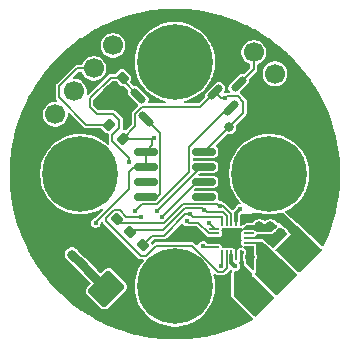
<source format=gbr>
%TF.GenerationSoftware,KiCad,Pcbnew,9.0.5*%
%TF.CreationDate,2025-12-02T23:56:59+01:00*%
%TF.ProjectId,D1,44312e6b-6963-4616-945f-706362585858,rev?*%
%TF.SameCoordinates,Original*%
%TF.FileFunction,Copper,L1,Top*%
%TF.FilePolarity,Positive*%
%FSLAX46Y46*%
G04 Gerber Fmt 4.6, Leading zero omitted, Abs format (unit mm)*
G04 Created by KiCad (PCBNEW 9.0.5) date 2025-12-02 23:56:59*
%MOMM*%
%LPD*%
G01*
G04 APERTURE LIST*
G04 Aperture macros list*
%AMRoundRect*
0 Rectangle with rounded corners*
0 $1 Rounding radius*
0 $2 $3 $4 $5 $6 $7 $8 $9 X,Y pos of 4 corners*
0 Add a 4 corners polygon primitive as box body*
4,1,4,$2,$3,$4,$5,$6,$7,$8,$9,$2,$3,0*
0 Add four circle primitives for the rounded corners*
1,1,$1+$1,$2,$3*
1,1,$1+$1,$4,$5*
1,1,$1+$1,$6,$7*
1,1,$1+$1,$8,$9*
0 Add four rect primitives between the rounded corners*
20,1,$1+$1,$2,$3,$4,$5,0*
20,1,$1+$1,$4,$5,$6,$7,0*
20,1,$1+$1,$6,$7,$8,$9,0*
20,1,$1+$1,$8,$9,$2,$3,0*%
%AMHorizOval*
0 Thick line with rounded ends*
0 $1 width*
0 $2 $3 position (X,Y) of the first rounded end (center of the circle)*
0 $4 $5 position (X,Y) of the second rounded end (center of the circle)*
0 Add line between two ends*
20,1,$1,$2,$3,$4,$5,0*
0 Add two circle primitives to create the rounded ends*
1,1,$1,$2,$3*
1,1,$1,$4,$5*%
%AMRotRect*
0 Rectangle, with rotation*
0 The origin of the aperture is its center*
0 $1 length*
0 $2 width*
0 $3 Rotation angle, in degrees counterclockwise*
0 Add horizontal line*
21,1,$1,$2,0,0,$3*%
G04 Aperture macros list end*
%TA.AperFunction,SMDPad,CuDef*%
%ADD10RoundRect,0.200000X-0.053033X0.335876X-0.335876X0.053033X0.053033X-0.335876X0.335876X-0.053033X0*%
%TD*%
%TA.AperFunction,SMDPad,CuDef*%
%ADD11RoundRect,0.150000X-0.309359X-0.521491X0.521491X0.309359X0.309359X0.521491X-0.521491X-0.309359X0*%
%TD*%
%TA.AperFunction,SMDPad,CuDef*%
%ADD12RoundRect,0.250000X1.294005X0.183848X0.183848X1.294005X-1.294005X-0.183848X-0.183848X-1.294005X0*%
%TD*%
%TA.AperFunction,SMDPad,CuDef*%
%ADD13RoundRect,0.050000X-0.050000X0.375000X-0.050000X-0.375000X0.050000X-0.375000X0.050000X0.375000X0*%
%TD*%
%TA.AperFunction,SMDPad,CuDef*%
%ADD14RoundRect,0.050000X-0.375000X0.050000X-0.375000X-0.050000X0.375000X-0.050000X0.375000X0.050000X0*%
%TD*%
%TA.AperFunction,SMDPad,CuDef*%
%ADD15R,1.650000X1.650000*%
%TD*%
%TA.AperFunction,SMDPad,CuDef*%
%ADD16RoundRect,0.150000X-0.521491X0.309359X0.309359X-0.521491X0.521491X-0.309359X-0.309359X0.521491X0*%
%TD*%
%TA.AperFunction,SMDPad,CuDef*%
%ADD17RoundRect,0.200000X0.335876X0.053033X0.053033X0.335876X-0.335876X-0.053033X-0.053033X-0.335876X0*%
%TD*%
%TA.AperFunction,ComponentPad*%
%ADD18C,6.400000*%
%TD*%
%TA.AperFunction,SMDPad,CuDef*%
%ADD19RoundRect,0.150000X-0.825000X-0.150000X0.825000X-0.150000X0.825000X0.150000X-0.825000X0.150000X0*%
%TD*%
%TA.AperFunction,ComponentPad*%
%ADD20RotRect,1.700000X1.700000X320.000000*%
%TD*%
%TA.AperFunction,ComponentPad*%
%ADD21HorizOval,1.700000X0.000000X0.000000X0.000000X0.000000X0*%
%TD*%
%TA.AperFunction,ComponentPad*%
%ADD22RotRect,1.700000X1.700000X135.000000*%
%TD*%
%TA.AperFunction,ComponentPad*%
%ADD23HorizOval,1.700000X0.000000X0.000000X0.000000X0.000000X0*%
%TD*%
%TA.AperFunction,ComponentPad*%
%ADD24RotRect,1.700000X1.700000X45.000000*%
%TD*%
%TA.AperFunction,ComponentPad*%
%ADD25HorizOval,1.700000X0.000000X0.000000X0.000000X0.000000X0*%
%TD*%
%TA.AperFunction,ViaPad*%
%ADD26C,0.800000*%
%TD*%
%TA.AperFunction,ViaPad*%
%ADD27C,0.450000*%
%TD*%
%TA.AperFunction,Conductor*%
%ADD28C,0.200000*%
%TD*%
%TA.AperFunction,Conductor*%
%ADD29C,0.750000*%
%TD*%
%TA.AperFunction,Conductor*%
%ADD30C,0.300000*%
%TD*%
G04 APERTURE END LIST*
D10*
%TO.P,R5,1*%
%TO.N,UH*%
X85083363Y-73816637D03*
%TO.P,R5,2*%
%TO.N,GND*%
X83916637Y-74983363D03*
%TD*%
D11*
%TO.P,Q2,1,G*%
%TO.N,+3.3V*%
X93415336Y-63041161D03*
%TO.P,Q2,2,S*%
%TO.N,CTRL*%
X94758839Y-64384664D03*
%TO.P,Q2,3,D*%
%TO.N,Net-(J1-Pin_3)*%
X95412913Y-62387087D03*
%TD*%
D10*
%TO.P,R1,1*%
%TO.N,PWREN*%
X85583363Y-61816637D03*
%TO.P,R1,2*%
%TO.N,GND*%
X84416637Y-62983363D03*
%TD*%
D12*
%TO.P,C5,1*%
%TO.N,Vdrive*%
X84206173Y-79706173D03*
%TO.P,C5,2*%
%TO.N,GND*%
X79793827Y-75293827D03*
%TD*%
D10*
%TO.P,R6,1*%
%TO.N,VH*%
X86183363Y-74916637D03*
%TO.P,R6,2*%
%TO.N,GND*%
X85016637Y-76083363D03*
%TD*%
D13*
%TO.P,U3,1,W*%
%TO.N,W*%
X95600000Y-73950000D03*
%TO.P,U3,2,VCP*%
%TO.N,Net-(U3-VCP)*%
X95200000Y-73950000D03*
%TO.P,U3,3,UH*%
%TO.N,UH*%
X94800000Y-73950000D03*
%TO.P,U3,4,VH*%
%TO.N,VH*%
X94400000Y-73950000D03*
%TO.P,U3,5,WH*%
%TO.N,WH*%
X94000000Y-73950000D03*
D14*
%TO.P,U3,6,UL*%
%TO.N,UL*%
X93350000Y-74600000D03*
%TO.P,U3,7,WL*%
%TO.N,WL*%
X93350000Y-75000000D03*
%TO.P,U3,8,GND*%
%TO.N,GND*%
X93350000Y-75400000D03*
%TO.P,U3,9,GND*%
X93350000Y-75800000D03*
%TO.P,U3,10,VL*%
%TO.N,VL*%
X93350000Y-76200000D03*
D13*
%TO.P,U3,11,VIO*%
%TO.N,PWREN*%
X94000000Y-76850000D03*
%TO.P,U3,12,DIAG*%
%TO.N,DIAG*%
X94400000Y-76850000D03*
%TO.P,U3,13,1.8VOUT*%
%TO.N,Net-(U3-1.8VOUT)*%
X94800000Y-76850000D03*
%TO.P,U3,14,GND*%
%TO.N,GND*%
X95200000Y-76850000D03*
%TO.P,U3,15,U*%
%TO.N,U*%
X95600000Y-76850000D03*
D14*
%TO.P,U3,16,BRUV*%
%TO.N,GND*%
X96250000Y-76200000D03*
%TO.P,U3,17,V*%
%TO.N,V*%
X96250000Y-75800000D03*
%TO.P,U3,18,VS*%
%TO.N,Vdrive*%
X96250000Y-75400000D03*
%TO.P,U3,19,NC*%
%TO.N,unconnected-(U3-NC-Pad19)*%
X96250000Y-75000000D03*
%TO.P,U3,20,BRW*%
%TO.N,GND*%
X96250000Y-74600000D03*
D15*
%TO.P,U3,21,PAD*%
X94800000Y-75400000D03*
%TD*%
D16*
%TO.P,Q1,1,G*%
%TO.N,PWREN*%
X86908839Y-63365336D03*
%TO.P,Q1,2,S*%
%TO.N,GND*%
X85565336Y-64708839D03*
%TO.P,Q1,3,D*%
%TO.N,Net-(Q1-D)*%
X87562913Y-65362913D03*
%TD*%
D17*
%TO.P,R4,1*%
%TO.N,+3.3V*%
X85583363Y-66983363D03*
%TO.P,R4,2*%
%TO.N,SWCLK*%
X84416637Y-65816637D03*
%TD*%
D18*
%TO.P,H1,1,1*%
%TO.N,unconnected-(H1-Pad1)*%
X82000000Y-70000000D03*
%TD*%
%TO.P,H2,1,1*%
%TO.N,unconnected-(H2-Pad1)*%
X98000000Y-70000000D03*
%TD*%
D10*
%TO.P,R7,1*%
%TO.N,WH*%
X87283363Y-76016637D03*
%TO.P,R7,2*%
%TO.N,GND*%
X86116637Y-77183363D03*
%TD*%
D18*
%TO.P,H4,1,1*%
%TO.N,unconnected-(H4-Pad1)*%
X90000000Y-79500000D03*
%TD*%
%TO.P,H3,1,1*%
%TO.N,unconnected-(H3-Pad1)*%
X90000000Y-60500000D03*
%TD*%
D19*
%TO.P,U2,1,VDD5V*%
%TO.N,+3.3V*%
X87525000Y-68095000D03*
%TO.P,U2,2,VDD3V3*%
X87525000Y-69365000D03*
%TO.P,U2,3,OUT*%
%TO.N,unconnected-(U2-OUT-Pad3)*%
X87525000Y-70635000D03*
%TO.P,U2,4,GND*%
%TO.N,Net-(Q1-D)*%
X87525000Y-71905000D03*
%TO.P,U2,5,PGO*%
%TO.N,unconnected-(U2-PGO-Pad5)*%
X92475000Y-71905000D03*
%TO.P,U2,6,SDA*%
%TO.N,SDA*%
X92475000Y-70635000D03*
%TO.P,U2,7,SCL*%
%TO.N,SCL*%
X92475000Y-69365000D03*
%TO.P,U2,8,DIR*%
%TO.N,+3.3V*%
X92475000Y-68095000D03*
%TD*%
D20*
%TO.P,J2,1,Pin_1*%
%TO.N,GND*%
X78237853Y-66883844D03*
D21*
%TO.P,J2,2,Pin_2*%
%TO.N,+3.3V*%
X79870534Y-64938091D03*
%TO.P,J2,3,Pin_3*%
%TO.N,~{RESET}*%
X81503214Y-62992338D03*
%TO.P,J2,4,Pin_4*%
%TO.N,SWCLK*%
X83135895Y-61046585D03*
%TO.P,J2,5,Pin_5*%
%TO.N,SWDIO*%
X84768575Y-59100832D03*
%TD*%
D22*
%TO.P,J3,1,Pin_1*%
%TO.N,W*%
X100396051Y-76703949D03*
D23*
%TO.P,J3,2,Pin_2*%
%TO.N,V*%
X98600000Y-78500000D03*
%TO.P,J3,3,Pin_3*%
%TO.N,U*%
X96803949Y-80296051D03*
%TD*%
D24*
%TO.P,J1,1,Pin_1*%
%TO.N,GND*%
X100285445Y-63285445D03*
D25*
%TO.P,J1,2,Pin_2*%
%TO.N,Vdrive*%
X98489394Y-61489394D03*
%TO.P,J1,3,Pin_3*%
%TO.N,Net-(J1-Pin_3)*%
X96693343Y-59693343D03*
%TD*%
D26*
%TO.N,GND*%
X98100000Y-74400000D03*
X97150000Y-74400000D03*
X91618238Y-75101001D03*
X83500000Y-63900000D03*
X94000000Y-79000000D03*
X96350000Y-77000000D03*
D27*
%TO.N,+3.3V*%
X88200000Y-66900000D03*
X83300000Y-74100000D03*
D26*
X94600000Y-66000000D03*
D27*
X94228238Y-63571742D03*
D26*
%TO.N,Vdrive*%
X82850000Y-78350000D03*
X98300000Y-75700000D03*
X81300000Y-76800000D03*
X99000000Y-75000000D03*
X82050000Y-77550000D03*
D27*
%TO.N,Net-(U3-VCP)*%
X95550000Y-72950000D03*
%TO.N,Net-(U3-1.8VOUT)*%
X95100000Y-77800000D03*
%TO.N,CTRL*%
X86600000Y-73100000D03*
%TO.N,WL*%
X91041372Y-73968981D03*
%TO.N,WH*%
X91300000Y-73400000D03*
%TO.N,VL*%
X92400000Y-76100000D03*
%TO.N,VH*%
X92500000Y-73000000D03*
%TO.N,UL*%
X92900000Y-74100000D03*
%TO.N,UH*%
X93800000Y-72700000D03*
%TO.N,SDA*%
X88887437Y-73587437D03*
%TO.N,SCL*%
X88455032Y-73136158D03*
%TO.N,DIAG*%
X87100000Y-73600000D03*
%TO.N,PWREN*%
X93900000Y-77750000D03*
X86100000Y-69000000D03*
%TD*%
D28*
%TO.N,GND*%
X96250000Y-74600000D02*
X95797936Y-74600000D01*
X95200000Y-75197936D02*
X95200000Y-76850000D01*
X95797936Y-74600000D02*
X95200000Y-75197936D01*
%TO.N,+3.3V*%
X88100000Y-67000000D02*
X88100000Y-67520000D01*
X88100000Y-67520000D02*
X87525000Y-68095000D01*
X83300000Y-74078306D02*
X83300000Y-74100000D01*
X88200000Y-66900000D02*
X88100000Y-67000000D01*
X94600000Y-66000000D02*
X95800000Y-64800000D01*
X95800000Y-64800000D02*
X95800000Y-63845802D01*
X92475000Y-68095000D02*
X94570000Y-66000000D01*
X85583363Y-66983363D02*
X86637483Y-65929243D01*
X95354198Y-63400000D02*
X94399980Y-63400000D01*
X86100000Y-69800000D02*
X86100000Y-71278306D01*
X87237108Y-64290766D02*
X92165731Y-64290766D01*
X92165731Y-64290766D02*
X93415336Y-63041161D01*
X95800000Y-63845802D02*
X95354198Y-63400000D01*
X93415336Y-63041161D02*
X93945917Y-63571742D01*
X87525000Y-68095000D02*
X87525000Y-69365000D01*
X86637483Y-65929243D02*
X86637483Y-64890391D01*
X88200000Y-66900000D02*
X88166726Y-66900000D01*
X93945917Y-63571742D02*
X94228238Y-63571742D01*
X86535000Y-69365000D02*
X86100000Y-69800000D01*
X94399980Y-63400000D02*
X94228238Y-63571742D01*
X88166726Y-66900000D02*
X88083363Y-66983363D01*
X94570000Y-66000000D02*
X94600000Y-66000000D01*
X87525000Y-69365000D02*
X86535000Y-69365000D01*
X86637483Y-64890391D02*
X87237108Y-64290766D01*
X86100000Y-71278306D02*
X83300000Y-74078306D01*
X88083363Y-66983363D02*
X85583363Y-66983363D01*
D29*
%TO.N,Vdrive*%
X82850000Y-78350000D02*
X82050000Y-77550000D01*
X82050000Y-77550000D02*
X81300000Y-76800000D01*
D28*
X96250000Y-75400000D02*
X96850000Y-75400000D01*
D29*
X84206173Y-79706173D02*
X82850000Y-78350000D01*
D30*
%TO.N,Net-(U3-VCP)*%
X95200000Y-73950000D02*
X95200000Y-73300000D01*
X95200000Y-73300000D02*
X95550000Y-72950000D01*
%TO.N,Net-(U3-1.8VOUT)*%
X94800000Y-77500000D02*
X94800000Y-76850000D01*
X95100000Y-77800000D02*
X94800000Y-77500000D01*
D28*
%TO.N,CTRL*%
X91200000Y-69776256D02*
X91200000Y-67700000D01*
X87200000Y-72500000D02*
X88476256Y-72500000D01*
X94515336Y-64384664D02*
X94758839Y-64384664D01*
X91200000Y-67700000D02*
X94515336Y-64384664D01*
X86600000Y-73100000D02*
X87200000Y-72500000D01*
X88476256Y-72500000D02*
X91200000Y-69776256D01*
%TO.N,SWCLK*%
X83135895Y-61046585D02*
X81722666Y-61046585D01*
X80200000Y-63500000D02*
X82516637Y-65816637D01*
X80200000Y-62569251D02*
X80200000Y-63500000D01*
X82516637Y-65816637D02*
X84416637Y-65816637D01*
X81722666Y-61046585D02*
X80200000Y-62569251D01*
%TO.N,WL*%
X91172391Y-74100000D02*
X92000000Y-74100000D01*
X91041372Y-73968981D02*
X91172391Y-74100000D01*
X92000000Y-74100000D02*
X92900000Y-75000000D01*
X92900000Y-75000000D02*
X93350000Y-75000000D01*
%TO.N,WH*%
X91500000Y-73600000D02*
X94000000Y-73600000D01*
X91300000Y-73400000D02*
X90890380Y-73400000D01*
X91300000Y-73400000D02*
X91500000Y-73600000D01*
X88100000Y-75200000D02*
X87283363Y-76016637D01*
X90890380Y-73400000D02*
X89090380Y-75200000D01*
X94000000Y-73600000D02*
X94000000Y-73950000D01*
X89090380Y-75200000D02*
X88100000Y-75200000D01*
%TO.N,VL*%
X92400000Y-76100000D02*
X92500000Y-76200000D01*
X92500000Y-76200000D02*
X93350000Y-76200000D01*
%TO.N,VH*%
X94400000Y-73500000D02*
X94400000Y-73950000D01*
X86400000Y-74700000D02*
X86183363Y-74916637D01*
X92500000Y-73000000D02*
X92350000Y-72850000D01*
X94100000Y-73200000D02*
X94400000Y-73500000D01*
X92700000Y-73200000D02*
X94100000Y-73200000D01*
X90892894Y-72850000D02*
X89042894Y-74700000D01*
X92350000Y-72850000D02*
X90892894Y-72850000D01*
X89042894Y-74700000D02*
X86400000Y-74700000D01*
X92500000Y-73000000D02*
X92700000Y-73200000D01*
%TO.N,UL*%
X92900000Y-74100000D02*
X93350000Y-74550000D01*
X93350000Y-74550000D02*
X93350000Y-74600000D01*
%TO.N,UH*%
X90700000Y-72500000D02*
X93600000Y-72500000D01*
X94800000Y-73400000D02*
X94100000Y-72700000D01*
X85083363Y-73816637D02*
X85366726Y-74100000D01*
X94800000Y-73950000D02*
X94800000Y-73400000D01*
X89100000Y-74100000D02*
X90700000Y-72500000D01*
X85366726Y-74100000D02*
X89100000Y-74100000D01*
X94100000Y-72700000D02*
X93800000Y-72700000D01*
X93600000Y-72500000D02*
X93800000Y-72700000D01*
%TO.N,SDA*%
X91839874Y-70635000D02*
X88887437Y-73587437D01*
X92475000Y-70635000D02*
X91839874Y-70635000D01*
%TO.N,SCL*%
X88455032Y-73110126D02*
X92200158Y-69365000D01*
X88455032Y-73136158D02*
X88455032Y-73110126D01*
X92200158Y-69365000D02*
X92475000Y-69365000D01*
%TO.N,DIAG*%
X85326843Y-73026843D02*
X84847851Y-73026843D01*
X91450000Y-76050000D02*
X93650000Y-78250000D01*
X84847851Y-73026843D02*
X84200000Y-73674694D01*
X87600000Y-76900000D02*
X88450000Y-76050000D01*
X87100000Y-76900000D02*
X87600000Y-76900000D01*
X87100000Y-73600000D02*
X85900000Y-73600000D01*
X94107107Y-78250000D02*
X94400000Y-77957107D01*
X94400000Y-77957107D02*
X94400000Y-76850000D01*
X84200000Y-74000000D02*
X87100000Y-76900000D01*
X88450000Y-76050000D02*
X91450000Y-76050000D01*
X93650000Y-78250000D02*
X94107107Y-78250000D01*
X85900000Y-73600000D02*
X85326843Y-73026843D01*
X84200000Y-73674694D02*
X84200000Y-74000000D01*
%TO.N,Net-(Q1-D)*%
X88751000Y-71653999D02*
X88499999Y-71905000D01*
X88751000Y-66551000D02*
X88751000Y-71653999D01*
X87562913Y-65362913D02*
X88751000Y-66551000D01*
X88499999Y-71905000D02*
X87525000Y-71905000D01*
%TO.N,Net-(J1-Pin_3)*%
X96693343Y-61106657D02*
X95412913Y-62387087D01*
X96693343Y-59693343D02*
X96693343Y-61106657D01*
%TO.N,PWREN*%
X84700000Y-67200000D02*
X86100000Y-68600000D01*
X85583363Y-61816637D02*
X85583363Y-62039860D01*
X85300000Y-66100000D02*
X84700000Y-66700000D01*
X84556643Y-61816637D02*
X82800000Y-63573280D01*
X82800000Y-64300000D02*
X83400000Y-64900000D01*
X82800000Y-63573280D02*
X82800000Y-64300000D01*
X84800000Y-64900000D02*
X85300000Y-65400000D01*
X86100000Y-68600000D02*
X86100000Y-69000000D01*
X94000000Y-77650000D02*
X94000000Y-76850000D01*
X84700000Y-66700000D02*
X84700000Y-67200000D01*
X83400000Y-64900000D02*
X84800000Y-64900000D01*
X93900000Y-77750000D02*
X94000000Y-77650000D01*
X85300000Y-65400000D02*
X85300000Y-66100000D01*
X85583363Y-61816637D02*
X84556643Y-61816637D01*
X85583363Y-62039860D02*
X86908839Y-63365336D01*
%TD*%
%TA.AperFunction,Conductor*%
%TO.N,W*%
G36*
X99119308Y-73318645D02*
G01*
X99128921Y-73326370D01*
X100334383Y-74425467D01*
X102407122Y-76315317D01*
X102408300Y-76317387D01*
X102410423Y-76318469D01*
X102423323Y-76343787D01*
X102437383Y-76368494D01*
X102437119Y-76370861D01*
X102438201Y-76372985D01*
X102433754Y-76401059D01*
X102430608Y-76429303D01*
X102428630Y-76433418D01*
X102396327Y-76496817D01*
X102378121Y-76521876D01*
X100612344Y-78287654D01*
X100557827Y-78315431D01*
X100497395Y-78305860D01*
X100468591Y-78282106D01*
X100467926Y-78282716D01*
X100465308Y-78279857D01*
X100465302Y-78279849D01*
X99484799Y-77364712D01*
X98551344Y-76493486D01*
X98521705Y-76439959D01*
X98529188Y-76379233D01*
X98548885Y-76351114D01*
X99850000Y-75050000D01*
X99587954Y-74812911D01*
X99563854Y-74773472D01*
X99562062Y-74774215D01*
X99559578Y-74768219D01*
X99559577Y-74768218D01*
X99559577Y-74768216D01*
X99480520Y-74631284D01*
X99368716Y-74519480D01*
X99231784Y-74440423D01*
X99231783Y-74440422D01*
X99231780Y-74440421D01*
X99175970Y-74425467D01*
X99135176Y-74403254D01*
X98800000Y-74100000D01*
X98677351Y-74100000D01*
X98619160Y-74081093D01*
X98591615Y-74050501D01*
X98589184Y-74046292D01*
X98580520Y-74031284D01*
X98468716Y-73919480D01*
X98331784Y-73840423D01*
X98179057Y-73799500D01*
X98020943Y-73799500D01*
X97868216Y-73840423D01*
X97731281Y-73919482D01*
X97695003Y-73955760D01*
X97640486Y-73983537D01*
X97580054Y-73973965D01*
X97554997Y-73955760D01*
X97518718Y-73919482D01*
X97518716Y-73919480D01*
X97381784Y-73840423D01*
X97229057Y-73799500D01*
X97070943Y-73799500D01*
X96918216Y-73840423D01*
X96781284Y-73919480D01*
X96669479Y-74031285D01*
X96658385Y-74050501D01*
X96612915Y-74091442D01*
X96572649Y-74100000D01*
X95999999Y-74100000D01*
X95829495Y-74270504D01*
X95810911Y-74279972D01*
X95794655Y-74293045D01*
X95779961Y-74295742D01*
X95774979Y-74298281D01*
X95768146Y-74297911D01*
X95764790Y-74298527D01*
X95764807Y-74298653D01*
X95762328Y-74298979D01*
X95759492Y-74299500D01*
X95758371Y-74299500D01*
X95681948Y-74319978D01*
X95649000Y-74339001D01*
X95589152Y-74351722D01*
X95533256Y-74326835D01*
X95502663Y-74273847D01*
X95500500Y-74253264D01*
X95500500Y-74157044D01*
X95513765Y-74107542D01*
X95526614Y-74085288D01*
X95550500Y-73996144D01*
X95550500Y-73486188D01*
X95552968Y-73478590D01*
X95551719Y-73470703D01*
X95562241Y-73450049D01*
X95569407Y-73427997D01*
X95579491Y-73416190D01*
X95606608Y-73389072D01*
X95650987Y-73363450D01*
X95702798Y-73349567D01*
X95727058Y-73346204D01*
X97274415Y-73325008D01*
X97295065Y-73326899D01*
X97500441Y-73367751D01*
X97832944Y-73400500D01*
X97832947Y-73400500D01*
X98167053Y-73400500D01*
X98167056Y-73400500D01*
X98499559Y-73367751D01*
X98812072Y-73305588D01*
X98829998Y-73303698D01*
X99060864Y-73300536D01*
X99119308Y-73318645D01*
G37*
%TD.AperFunction*%
%TD*%
%TA.AperFunction,Conductor*%
%TO.N,U*%
G36*
X95748401Y-76466684D02*
G01*
X95777256Y-76485964D01*
X95777258Y-76485965D01*
X95777260Y-76485966D01*
X95777261Y-76485966D01*
X95781028Y-76487526D01*
X95781593Y-76487526D01*
X95782342Y-76488070D01*
X95786267Y-76489696D01*
X95785876Y-76490638D01*
X95801846Y-76502241D01*
X95823684Y-76514465D01*
X95826210Y-76519942D01*
X95831093Y-76523490D01*
X95838829Y-76547300D01*
X95849311Y-76570025D01*
X95850000Y-76581681D01*
X95850000Y-76638497D01*
X95836737Y-76687996D01*
X95790423Y-76768214D01*
X95780873Y-76803856D01*
X95749500Y-76920943D01*
X95749500Y-77079057D01*
X95790423Y-77231784D01*
X95836737Y-77312003D01*
X95850000Y-77361502D01*
X95850000Y-77700000D01*
X96520493Y-78333921D01*
X96549788Y-78387638D01*
X96548773Y-78423279D01*
X96549489Y-78423373D01*
X96540833Y-78489548D01*
X96539348Y-78526363D01*
X96539348Y-78526364D01*
X96564083Y-78614414D01*
X96593321Y-78668158D01*
X96631457Y-78717769D01*
X96632506Y-78719134D01*
X97600964Y-79636620D01*
X98380798Y-80375410D01*
X98410038Y-80429156D01*
X98402103Y-80489824D01*
X98382715Y-80517283D01*
X96870003Y-82029995D01*
X96815486Y-82057772D01*
X96755054Y-82048201D01*
X96729995Y-82029995D01*
X95028996Y-80328996D01*
X95001219Y-80274479D01*
X95000000Y-80258992D01*
X95000000Y-78324500D01*
X95018907Y-78266309D01*
X95068407Y-78230345D01*
X95099000Y-78225500D01*
X95156016Y-78225500D01*
X95156018Y-78225500D01*
X95264237Y-78196503D01*
X95264239Y-78196501D01*
X95264241Y-78196501D01*
X95293064Y-78179859D01*
X95361263Y-78140485D01*
X95440485Y-78061263D01*
X95496503Y-77964237D01*
X95525500Y-77856018D01*
X95525500Y-77743982D01*
X95496503Y-77635763D01*
X95496501Y-77635760D01*
X95496501Y-77635758D01*
X95440486Y-77538739D01*
X95440485Y-77538737D01*
X95438681Y-77536933D01*
X95437851Y-77535304D01*
X95436534Y-77533587D01*
X95436852Y-77533342D01*
X95410906Y-77482419D01*
X95420477Y-77421987D01*
X95426371Y-77411931D01*
X95430600Y-77405601D01*
X95430601Y-77405601D01*
X95485966Y-77322740D01*
X95500500Y-77249674D01*
X95500500Y-76549000D01*
X95505345Y-76534088D01*
X95505345Y-76518407D01*
X95514561Y-76505721D01*
X95519407Y-76490809D01*
X95532092Y-76481592D01*
X95541309Y-76468907D01*
X95556221Y-76464061D01*
X95568907Y-76454845D01*
X95599500Y-76450000D01*
X95693401Y-76450000D01*
X95748401Y-76466684D01*
G37*
%TD.AperFunction*%
%TD*%
%TA.AperFunction,Conductor*%
%TO.N,V*%
G36*
X97419169Y-75718907D02*
G01*
X97428526Y-75726624D01*
X97665832Y-75948110D01*
X100325086Y-78430081D01*
X100354725Y-78483607D01*
X100347242Y-78544333D01*
X100327540Y-78572459D01*
X98668137Y-80231862D01*
X98613620Y-80259639D01*
X98553188Y-80250068D01*
X98530046Y-80233727D01*
X96773837Y-78569951D01*
X96744597Y-78516205D01*
X96752532Y-78455537D01*
X96771918Y-78428081D01*
X96900000Y-78300000D01*
X96900000Y-77274596D01*
X96907537Y-77236708D01*
X96909576Y-77231785D01*
X96909577Y-77231784D01*
X96950500Y-77079057D01*
X96950500Y-76920943D01*
X96909577Y-76768216D01*
X96909575Y-76768212D01*
X96907533Y-76763281D01*
X96900000Y-76725402D01*
X96900000Y-75950001D01*
X96900000Y-75950000D01*
X96899999Y-75950000D01*
X96806599Y-75950000D01*
X96800782Y-75948110D01*
X96794784Y-75949292D01*
X96751598Y-75933316D01*
X96722742Y-75914035D01*
X96722740Y-75914034D01*
X96722737Y-75914033D01*
X96722736Y-75914033D01*
X96649684Y-75899501D01*
X96649674Y-75899500D01*
X95924500Y-75899500D01*
X95866309Y-75880593D01*
X95830345Y-75831093D01*
X95825500Y-75800500D01*
X95825500Y-75799500D01*
X95844407Y-75741309D01*
X95893907Y-75705345D01*
X95924500Y-75700500D01*
X96892221Y-75700500D01*
X96899849Y-75700000D01*
X97360978Y-75700000D01*
X97419169Y-75718907D01*
G37*
%TD.AperFunction*%
%TD*%
%TA.AperFunction,Conductor*%
%TO.N,Vdrive*%
G36*
X98960791Y-74525203D02*
G01*
X98976496Y-74536815D01*
X98997303Y-74555640D01*
X99036902Y-74583733D01*
X99077696Y-74605946D01*
X99122783Y-74623965D01*
X99139870Y-74628543D01*
X99163744Y-74638431D01*
X99231248Y-74677404D01*
X99251753Y-74693137D01*
X99306861Y-74748245D01*
X99322593Y-74768749D01*
X99394839Y-74893882D01*
X99395287Y-74894173D01*
X99395785Y-74894792D01*
X99397793Y-74897309D01*
X99404877Y-74907424D01*
X99412601Y-74920064D01*
X99412603Y-74920066D01*
X99412604Y-74920068D01*
X99450080Y-74965296D01*
X99450081Y-74965297D01*
X99474756Y-74987622D01*
X99505222Y-75040683D01*
X99498680Y-75101518D01*
X99478340Y-75131038D01*
X98403567Y-76205812D01*
X98400175Y-76209854D01*
X98348280Y-76242268D01*
X98287245Y-76237988D01*
X98256798Y-76218578D01*
X98243120Y-76205812D01*
X97988503Y-75968169D01*
X97568734Y-75576384D01*
X97559273Y-75568082D01*
X97549924Y-75560372D01*
X97549921Y-75560370D01*
X97549920Y-75560369D01*
X97482671Y-75523464D01*
X97424480Y-75504557D01*
X97424477Y-75504556D01*
X97424478Y-75504556D01*
X97360981Y-75494500D01*
X97360978Y-75494500D01*
X96899849Y-75494500D01*
X96886192Y-75494947D01*
X96882953Y-75495000D01*
X96677022Y-75495000D01*
X96618831Y-75476093D01*
X96582867Y-75426593D01*
X96582867Y-75365407D01*
X96618831Y-75315907D01*
X96657707Y-75298903D01*
X96692088Y-75292063D01*
X96722740Y-75285966D01*
X96805601Y-75230601D01*
X96860966Y-75147740D01*
X96860965Y-75147740D01*
X96863466Y-75143999D01*
X96911516Y-75106119D01*
X96945782Y-75100000D01*
X98199999Y-75100000D01*
X98200000Y-75100000D01*
X98408863Y-74917244D01*
X98424539Y-74906025D01*
X98468716Y-74880520D01*
X98526913Y-74822322D01*
X98585112Y-74764125D01*
X98585201Y-74764214D01*
X98591796Y-74757177D01*
X98844889Y-74535721D01*
X98901130Y-74511633D01*
X98960791Y-74525203D01*
G37*
%TD.AperFunction*%
%TD*%
%TA.AperFunction,Conductor*%
%TO.N,GND*%
G36*
X90293403Y-56005332D02*
G01*
X90442092Y-56009291D01*
X90444514Y-56009387D01*
X91025700Y-56039846D01*
X91028192Y-56040011D01*
X91176013Y-56051843D01*
X91178242Y-56052049D01*
X91757830Y-56112966D01*
X91760501Y-56113285D01*
X91906414Y-56132825D01*
X91908608Y-56133145D01*
X92485275Y-56224480D01*
X92488057Y-56224962D01*
X92631327Y-56251976D01*
X92633275Y-56252367D01*
X93206124Y-56374129D01*
X93208927Y-56374770D01*
X93348441Y-56408854D01*
X93350523Y-56409387D01*
X93918227Y-56561503D01*
X93921030Y-56562301D01*
X94056163Y-56603047D01*
X94058030Y-56603632D01*
X94615000Y-56784602D01*
X94619568Y-56786087D01*
X94622560Y-56787112D01*
X94752265Y-56833886D01*
X94754008Y-56834536D01*
X95308352Y-57047329D01*
X95311330Y-57048528D01*
X95434726Y-57100605D01*
X95436371Y-57101318D01*
X95982551Y-57344494D01*
X95985555Y-57345892D01*
X96101836Y-57402436D01*
X96103331Y-57403180D01*
X96640269Y-57676764D01*
X96643287Y-57678368D01*
X96751660Y-57738398D01*
X96753023Y-57739169D01*
X97279775Y-58043289D01*
X97282658Y-58045023D01*
X97382312Y-58107376D01*
X97383709Y-58108266D01*
X97899036Y-58442924D01*
X97902008Y-58444931D01*
X97992134Y-58508237D01*
X97993413Y-58509150D01*
X98386043Y-58794413D01*
X98496574Y-58874718D01*
X98499511Y-58876938D01*
X98499516Y-58876942D01*
X98499518Y-58876943D01*
X98579429Y-58939682D01*
X98580597Y-58940613D01*
X99070577Y-59337391D01*
X99073467Y-59339824D01*
X99142559Y-59400281D01*
X99143610Y-59401214D01*
X99362640Y-59598429D01*
X99553730Y-59770487D01*
X99619518Y-59829722D01*
X99622340Y-59832364D01*
X99679819Y-59888333D01*
X99680757Y-59889258D01*
X100141856Y-60350357D01*
X100144570Y-60353182D01*
X100189926Y-60402314D01*
X100190679Y-60403140D01*
X100636088Y-60897818D01*
X100638696Y-60900835D01*
X100659259Y-60925637D01*
X100671147Y-60939977D01*
X100671869Y-60940859D01*
X100719404Y-60999559D01*
X101100847Y-61470602D01*
X101103357Y-61473837D01*
X101122384Y-61499448D01*
X101122980Y-61500258D01*
X101525122Y-62053759D01*
X101534811Y-62067094D01*
X101537221Y-62070565D01*
X101542405Y-62078381D01*
X101542930Y-62079182D01*
X101935114Y-62683092D01*
X101937823Y-62687511D01*
X102301705Y-63317773D01*
X102304178Y-63322328D01*
X102634568Y-63970754D01*
X102636799Y-63975432D01*
X102932802Y-64640265D01*
X102934785Y-64645054D01*
X103195573Y-65324431D01*
X103197304Y-65329316D01*
X103422196Y-66021464D01*
X103423668Y-66026434D01*
X103612021Y-66729377D01*
X103613231Y-66734417D01*
X103764539Y-67446267D01*
X103765483Y-67451363D01*
X103879325Y-68170130D01*
X103880002Y-68175269D01*
X103956074Y-68899046D01*
X103956480Y-68904213D01*
X103994567Y-69630940D01*
X103994703Y-69636121D01*
X103994703Y-70363878D01*
X103994567Y-70369059D01*
X103956480Y-71095786D01*
X103956074Y-71100953D01*
X103880002Y-71824730D01*
X103879325Y-71829869D01*
X103765483Y-72548636D01*
X103764539Y-72553732D01*
X103613231Y-73265582D01*
X103612021Y-73270622D01*
X103423668Y-73973565D01*
X103422196Y-73978535D01*
X103197304Y-74670683D01*
X103195573Y-74675568D01*
X102934785Y-75354945D01*
X102932802Y-75359734D01*
X102636796Y-76024574D01*
X102634563Y-76029254D01*
X102618597Y-76060587D01*
X102575332Y-76103851D01*
X102514899Y-76113421D01*
X102463687Y-76088797D01*
X102426938Y-76055291D01*
X100326538Y-74140220D01*
X99368343Y-73266572D01*
X99338082Y-73213394D01*
X99344857Y-73152585D01*
X99386081Y-73107371D01*
X99397142Y-73101958D01*
X99455654Y-73077723D01*
X99599640Y-73000760D01*
X99750312Y-72920226D01*
X99759968Y-72913774D01*
X100028118Y-72734601D01*
X100286390Y-72522643D01*
X100522643Y-72286390D01*
X100734601Y-72028118D01*
X100920224Y-71750315D01*
X100920227Y-71750311D01*
X101028087Y-71548517D01*
X101077723Y-71455654D01*
X101205582Y-71146976D01*
X101207594Y-71140345D01*
X101284628Y-70886395D01*
X101302569Y-70827251D01*
X101367751Y-70499559D01*
X101400500Y-70167056D01*
X101400500Y-69832944D01*
X101367751Y-69500441D01*
X101302569Y-69172749D01*
X101267159Y-69056016D01*
X101205585Y-68853032D01*
X101198431Y-68835759D01*
X101077723Y-68544346D01*
X101072299Y-68534198D01*
X100920226Y-68249687D01*
X100827412Y-68110783D01*
X100734601Y-67971882D01*
X100522643Y-67713610D01*
X100286390Y-67477357D01*
X100028118Y-67265399D01*
X99958667Y-67218993D01*
X99750312Y-67079773D01*
X99455672Y-66922286D01*
X99455660Y-66922280D01*
X99455654Y-66922277D01*
X99455649Y-66922274D01*
X99455645Y-66922273D01*
X99146967Y-66794414D01*
X98827253Y-66697431D01*
X98548324Y-66641949D01*
X98499559Y-66632249D01*
X98499557Y-66632248D01*
X98256491Y-66608308D01*
X98167056Y-66599500D01*
X97832944Y-66599500D01*
X97734700Y-66609176D01*
X97500444Y-66632248D01*
X97172746Y-66697431D01*
X96853032Y-66794414D01*
X96544354Y-66922273D01*
X96544327Y-66922286D01*
X96249687Y-67079773D01*
X95971880Y-67265400D01*
X95713615Y-67477352D01*
X95477352Y-67713615D01*
X95265400Y-67971880D01*
X95079773Y-68249687D01*
X94922286Y-68544327D01*
X94922273Y-68544354D01*
X94794414Y-68853032D01*
X94697431Y-69172746D01*
X94632248Y-69500444D01*
X94615650Y-69668968D01*
X94599500Y-69832944D01*
X94599500Y-70167056D01*
X94600463Y-70176835D01*
X94632248Y-70499555D01*
X94697431Y-70827253D01*
X94794414Y-71146967D01*
X94922273Y-71455645D01*
X94922286Y-71455672D01*
X95079773Y-71750312D01*
X95218993Y-71958667D01*
X95265399Y-72028118D01*
X95477357Y-72286390D01*
X95547748Y-72356781D01*
X95575524Y-72411296D01*
X95565953Y-72471728D01*
X95522688Y-72514993D01*
X95500037Y-72522028D01*
X95500250Y-72522821D01*
X95493984Y-72524500D01*
X95493982Y-72524500D01*
X95432394Y-72541002D01*
X95385758Y-72553498D01*
X95288739Y-72609513D01*
X95209513Y-72688739D01*
X95153498Y-72785759D01*
X95153497Y-72785762D01*
X95136548Y-72849012D01*
X95110926Y-72893391D01*
X94984648Y-73019669D01*
X94930131Y-73047446D01*
X94869699Y-73037875D01*
X94844640Y-73019669D01*
X94571792Y-72746821D01*
X94284511Y-72459540D01*
X94275066Y-72454087D01*
X94215989Y-72419979D01*
X94215988Y-72419978D01*
X94215987Y-72419978D01*
X94139564Y-72399500D01*
X94133129Y-72398653D01*
X94133396Y-72396621D01*
X94084064Y-72380593D01*
X94072257Y-72370509D01*
X94061263Y-72359515D01*
X94061260Y-72359513D01*
X93964240Y-72303498D01*
X93964242Y-72303498D01*
X93900392Y-72286390D01*
X93856018Y-72274500D01*
X93856016Y-72274500D01*
X93836949Y-72274500D01*
X93789450Y-72262361D01*
X93784776Y-72259805D01*
X93784511Y-72259540D01*
X93715989Y-72219979D01*
X93708061Y-72217854D01*
X93697649Y-72212161D01*
X93684403Y-72198118D01*
X93668211Y-72187604D01*
X93663906Y-72176389D01*
X93655665Y-72167653D01*
X93653202Y-72148505D01*
X93646284Y-72130483D01*
X93647183Y-72111025D01*
X93650500Y-72088260D01*
X93650500Y-71721740D01*
X93640573Y-71653607D01*
X93589198Y-71548517D01*
X93506483Y-71465802D01*
X93485725Y-71455654D01*
X93401395Y-71414427D01*
X93374139Y-71410456D01*
X93333260Y-71404500D01*
X91734353Y-71404500D01*
X91712305Y-71397336D01*
X91689408Y-71393710D01*
X91683759Y-71388061D01*
X91676162Y-71385593D01*
X91662534Y-71366836D01*
X91646143Y-71350445D01*
X91644893Y-71342555D01*
X91640198Y-71336093D01*
X91640198Y-71312907D01*
X91636572Y-71290013D01*
X91640198Y-71282896D01*
X91640198Y-71274907D01*
X91664349Y-71235496D01*
X91735349Y-71164496D01*
X91789866Y-71136719D01*
X91805353Y-71135500D01*
X93333257Y-71135500D01*
X93333260Y-71135500D01*
X93401393Y-71125573D01*
X93506483Y-71074198D01*
X93589198Y-70991483D01*
X93640573Y-70886393D01*
X93650500Y-70818260D01*
X93650500Y-70451740D01*
X93640573Y-70383607D01*
X93632192Y-70366464D01*
X93589198Y-70278518D01*
X93589198Y-70278517D01*
X93506483Y-70195802D01*
X93506481Y-70195801D01*
X93401395Y-70144427D01*
X93374139Y-70140456D01*
X93333260Y-70134500D01*
X93333257Y-70134500D01*
X92094637Y-70134500D01*
X92072589Y-70127336D01*
X92049692Y-70123710D01*
X92044043Y-70118061D01*
X92036446Y-70115593D01*
X92022818Y-70096836D01*
X92006427Y-70080445D01*
X92005177Y-70072555D01*
X92000482Y-70066093D01*
X92000482Y-70042907D01*
X91996856Y-70020013D01*
X92000482Y-70012896D01*
X92000482Y-70004907D01*
X92024633Y-69965496D01*
X92095633Y-69894496D01*
X92150150Y-69866719D01*
X92165637Y-69865500D01*
X93333257Y-69865500D01*
X93333260Y-69865500D01*
X93401393Y-69855573D01*
X93506483Y-69804198D01*
X93589198Y-69721483D01*
X93640573Y-69616393D01*
X93650500Y-69548260D01*
X93650500Y-69181740D01*
X93640573Y-69113607D01*
X93589198Y-69008517D01*
X93506483Y-68925802D01*
X93506481Y-68925801D01*
X93401395Y-68874427D01*
X93370377Y-68869908D01*
X93333260Y-68864500D01*
X91616740Y-68864500D01*
X91616734Y-68864500D01*
X91613764Y-68864933D01*
X91591500Y-68861121D01*
X91568907Y-68861121D01*
X91561940Y-68856059D01*
X91553456Y-68854607D01*
X91537685Y-68838437D01*
X91519407Y-68825157D01*
X91516746Y-68816967D01*
X91510736Y-68810805D01*
X91500500Y-68766966D01*
X91500500Y-68693033D01*
X91519407Y-68634842D01*
X91568907Y-68598878D01*
X91613776Y-68595068D01*
X91616740Y-68595500D01*
X91616743Y-68595500D01*
X93333257Y-68595500D01*
X93333260Y-68595500D01*
X93401393Y-68585573D01*
X93506483Y-68534198D01*
X93589198Y-68451483D01*
X93640573Y-68346393D01*
X93650500Y-68278260D01*
X93650500Y-67911740D01*
X93640573Y-67843607D01*
X93589198Y-67738517D01*
X93506483Y-67655802D01*
X93506481Y-67655801D01*
X93506480Y-67655800D01*
X93503995Y-67654026D01*
X93501979Y-67651299D01*
X93500682Y-67650002D01*
X93500876Y-67649807D01*
X93467623Y-67604825D01*
X93467118Y-67543642D01*
X93491516Y-67503453D01*
X94380782Y-66614187D01*
X94435297Y-66586412D01*
X94476404Y-66588565D01*
X94520943Y-66600500D01*
X94520945Y-66600500D01*
X94679055Y-66600500D01*
X94679057Y-66600500D01*
X94831784Y-66559577D01*
X94968716Y-66480520D01*
X95080520Y-66368716D01*
X95159577Y-66231784D01*
X95200500Y-66079057D01*
X95200500Y-65920943D01*
X95194906Y-65900065D01*
X95198109Y-65838965D01*
X95220527Y-65804442D01*
X96040460Y-64984511D01*
X96066411Y-64939562D01*
X96080021Y-64915989D01*
X96100500Y-64839562D01*
X96100500Y-63806240D01*
X96080021Y-63729813D01*
X96079012Y-63728066D01*
X96040460Y-63661291D01*
X95984512Y-63605342D01*
X95538709Y-63159540D01*
X95529711Y-63154345D01*
X95488770Y-63108877D01*
X95482374Y-63048026D01*
X95509205Y-62998607D01*
X96205764Y-62302050D01*
X96246921Y-62246854D01*
X96284904Y-62136216D01*
X96284904Y-62019239D01*
X96284737Y-62018752D01*
X96284727Y-62018179D01*
X96283554Y-62011148D01*
X96284608Y-62010972D01*
X96283724Y-61957575D01*
X96308366Y-61916603D01*
X96839045Y-61385926D01*
X97438894Y-61385926D01*
X97438894Y-61592861D01*
X97479263Y-61795812D01*
X97558452Y-61986991D01*
X97664787Y-62146133D01*
X97673417Y-62159049D01*
X97819739Y-62305371D01*
X97991796Y-62420335D01*
X98182974Y-62499524D01*
X98385929Y-62539894D01*
X98385930Y-62539894D01*
X98592858Y-62539894D01*
X98592859Y-62539894D01*
X98795814Y-62499524D01*
X98986992Y-62420335D01*
X99159049Y-62305371D01*
X99305371Y-62159049D01*
X99420335Y-61986992D01*
X99499524Y-61795814D01*
X99539894Y-61592859D01*
X99539894Y-61385929D01*
X99499524Y-61182974D01*
X99420335Y-60991796D01*
X99305371Y-60819739D01*
X99159049Y-60673417D01*
X99159045Y-60673414D01*
X98986991Y-60558452D01*
X98795812Y-60479263D01*
X98592861Y-60438894D01*
X98592859Y-60438894D01*
X98385929Y-60438894D01*
X98385926Y-60438894D01*
X98182975Y-60479263D01*
X97991796Y-60558452D01*
X97819742Y-60673414D01*
X97673414Y-60819742D01*
X97558452Y-60991796D01*
X97479263Y-61182975D01*
X97438894Y-61385926D01*
X96839045Y-61385926D01*
X96933803Y-61291168D01*
X96936183Y-61287045D01*
X96973364Y-61222646D01*
X96993843Y-61146219D01*
X96993843Y-60772074D01*
X97012750Y-60713883D01*
X97054957Y-60680610D01*
X97190941Y-60624284D01*
X97362998Y-60509320D01*
X97509320Y-60362998D01*
X97624284Y-60190941D01*
X97703473Y-59999763D01*
X97743843Y-59796808D01*
X97743843Y-59589878D01*
X97703473Y-59386923D01*
X97624284Y-59195745D01*
X97509320Y-59023688D01*
X97362998Y-58877366D01*
X97362365Y-58876943D01*
X97190940Y-58762401D01*
X96999761Y-58683212D01*
X96796810Y-58642843D01*
X96796808Y-58642843D01*
X96589878Y-58642843D01*
X96589875Y-58642843D01*
X96386924Y-58683212D01*
X96195745Y-58762401D01*
X96023691Y-58877363D01*
X95877363Y-59023691D01*
X95762401Y-59195745D01*
X95683212Y-59386924D01*
X95642843Y-59589875D01*
X95642843Y-59796810D01*
X95683212Y-59999761D01*
X95762401Y-60190940D01*
X95870807Y-60353182D01*
X95877366Y-60362998D01*
X96023688Y-60509320D01*
X96195745Y-60624284D01*
X96331728Y-60680610D01*
X96352172Y-60698070D01*
X96373936Y-60713883D01*
X96375184Y-60717724D01*
X96378254Y-60720346D01*
X96392843Y-60772074D01*
X96392843Y-60941177D01*
X96373936Y-60999368D01*
X96363846Y-61011181D01*
X95883395Y-61491631D01*
X95828879Y-61519408D01*
X95788935Y-61515932D01*
X95788850Y-61516446D01*
X95782322Y-61515356D01*
X95781248Y-61515263D01*
X95780761Y-61515096D01*
X95663784Y-61515096D01*
X95604846Y-61535330D01*
X95553145Y-61553079D01*
X95553141Y-61553081D01*
X95497955Y-61594231D01*
X94620057Y-62472129D01*
X94578907Y-62527315D01*
X94578905Y-62527319D01*
X94574588Y-62539894D01*
X94540922Y-62637958D01*
X94540922Y-62754935D01*
X94578905Y-62865572D01*
X94620062Y-62920769D01*
X94629791Y-62930498D01*
X94657567Y-62985013D01*
X94647996Y-63045445D01*
X94604731Y-63088710D01*
X94559786Y-63099500D01*
X94360418Y-63099500D01*
X94312029Y-63112465D01*
X94250929Y-63109264D01*
X94203379Y-63070759D01*
X94187543Y-63011658D01*
X94207042Y-62957660D01*
X94249341Y-62900932D01*
X94249340Y-62900932D01*
X94249344Y-62900928D01*
X94287327Y-62790290D01*
X94287327Y-62673313D01*
X94249344Y-62562676D01*
X94208187Y-62507479D01*
X93949018Y-62248310D01*
X93893821Y-62207153D01*
X93783184Y-62169170D01*
X93666207Y-62169170D01*
X93595591Y-62193413D01*
X93555568Y-62207153D01*
X93555564Y-62207155D01*
X93500378Y-62248305D01*
X92622480Y-63126203D01*
X92581330Y-63181389D01*
X92581328Y-63181393D01*
X92581328Y-63181394D01*
X92543345Y-63292032D01*
X92543345Y-63292034D01*
X92543345Y-63409009D01*
X92543512Y-63409496D01*
X92543521Y-63410066D01*
X92544695Y-63417098D01*
X92543640Y-63417273D01*
X92544523Y-63470673D01*
X92519880Y-63511643D01*
X92070256Y-63961269D01*
X92015739Y-63989047D01*
X92000252Y-63990266D01*
X90875902Y-63990266D01*
X90817711Y-63971359D01*
X90781747Y-63921859D01*
X90781747Y-63860673D01*
X90817711Y-63811173D01*
X90847164Y-63796529D01*
X91146967Y-63705585D01*
X91146969Y-63705583D01*
X91146976Y-63705582D01*
X91455654Y-63577723D01*
X91661033Y-63467946D01*
X91750312Y-63420226D01*
X91765517Y-63410066D01*
X92028118Y-63234601D01*
X92286390Y-63022643D01*
X92522643Y-62786390D01*
X92734601Y-62528118D01*
X92920224Y-62250315D01*
X92921299Y-62248305D01*
X93043737Y-62019238D01*
X93077723Y-61955654D01*
X93205582Y-61646976D01*
X93217175Y-61608761D01*
X93284770Y-61385926D01*
X93302569Y-61327251D01*
X93367751Y-60999559D01*
X93400500Y-60667056D01*
X93400500Y-60332944D01*
X93367751Y-60000441D01*
X93302569Y-59672749D01*
X93277431Y-59589879D01*
X93205585Y-59353032D01*
X93199107Y-59337391D01*
X93077723Y-59044346D01*
X93052613Y-58997368D01*
X92920226Y-58749687D01*
X92822368Y-58603234D01*
X92734601Y-58471882D01*
X92522643Y-58213610D01*
X92286390Y-57977357D01*
X92028118Y-57765399D01*
X91895467Y-57676764D01*
X91750312Y-57579773D01*
X91455672Y-57422286D01*
X91455660Y-57422280D01*
X91455654Y-57422277D01*
X91455649Y-57422274D01*
X91455645Y-57422273D01*
X91146967Y-57294414D01*
X90827253Y-57197431D01*
X90606777Y-57153576D01*
X90499559Y-57132249D01*
X90499557Y-57132248D01*
X90256491Y-57108308D01*
X90167056Y-57099500D01*
X89832944Y-57099500D01*
X89734700Y-57109176D01*
X89500444Y-57132248D01*
X89172746Y-57197431D01*
X88853032Y-57294414D01*
X88544354Y-57422273D01*
X88544327Y-57422286D01*
X88249687Y-57579773D01*
X87971880Y-57765400D01*
X87713615Y-57977352D01*
X87477352Y-58213615D01*
X87265400Y-58471880D01*
X87079773Y-58749687D01*
X86922286Y-59044327D01*
X86922273Y-59044354D01*
X86794414Y-59353032D01*
X86697431Y-59672746D01*
X86632248Y-60000444D01*
X86620902Y-60115643D01*
X86599500Y-60332944D01*
X86599500Y-60667056D01*
X86604749Y-60720346D01*
X86632248Y-60999555D01*
X86697431Y-61327253D01*
X86794414Y-61646967D01*
X86922273Y-61955645D01*
X86922286Y-61955672D01*
X87079773Y-62250312D01*
X87132212Y-62328791D01*
X87265399Y-62528118D01*
X87477357Y-62786390D01*
X87713610Y-63022643D01*
X87971882Y-63234601D01*
X88094693Y-63316661D01*
X88249687Y-63420226D01*
X88472955Y-63539564D01*
X88544346Y-63577723D01*
X88853024Y-63705582D01*
X88853026Y-63705582D01*
X88853032Y-63705585D01*
X89152836Y-63796529D01*
X89203033Y-63831514D01*
X89223079Y-63889322D01*
X89205318Y-63947873D01*
X89156534Y-63984802D01*
X89124098Y-63990266D01*
X87829748Y-63990266D01*
X87771557Y-63971359D01*
X87735593Y-63921859D01*
X87735593Y-63860673D01*
X87742201Y-63845044D01*
X87742843Y-63843825D01*
X87742847Y-63843821D01*
X87780830Y-63733184D01*
X87780830Y-63616207D01*
X87742847Y-63505569D01*
X87742845Y-63505566D01*
X87742844Y-63505564D01*
X87701694Y-63450378D01*
X87701692Y-63450376D01*
X87701690Y-63450373D01*
X86823802Y-62572485D01*
X86823798Y-62572482D01*
X86823796Y-62572480D01*
X86768610Y-62531330D01*
X86768606Y-62531328D01*
X86756917Y-62527315D01*
X86657968Y-62493345D01*
X86540991Y-62493345D01*
X86540990Y-62493345D01*
X86540495Y-62493515D01*
X86539914Y-62493524D01*
X86532902Y-62494695D01*
X86532726Y-62493642D01*
X86479317Y-62494521D01*
X86438354Y-62469880D01*
X86231542Y-62263068D01*
X86203765Y-62208551D01*
X86213336Y-62148119D01*
X86222789Y-62133982D01*
X86222435Y-62133725D01*
X86224721Y-62130579D01*
X86280535Y-62053760D01*
X86319738Y-61933103D01*
X86319738Y-61806237D01*
X86280535Y-61685580D01*
X86252487Y-61646976D01*
X86224723Y-61608762D01*
X85791239Y-61175279D01*
X85714419Y-61119464D01*
X85652939Y-61099489D01*
X85593763Y-61080262D01*
X85466897Y-61080262D01*
X85426678Y-61093329D01*
X85346238Y-61119465D01*
X85269422Y-61175276D01*
X84957560Y-61487140D01*
X84903043Y-61514918D01*
X84887556Y-61516137D01*
X84517078Y-61516137D01*
X84440655Y-61536615D01*
X84394415Y-61563312D01*
X84394414Y-61563311D01*
X84372134Y-61576175D01*
X82710295Y-63238013D01*
X82655778Y-63265790D01*
X82595346Y-63256219D01*
X82552081Y-63212954D01*
X82542510Y-63152522D01*
X82543193Y-63148695D01*
X82548905Y-63119979D01*
X82553714Y-63095803D01*
X82553714Y-62888873D01*
X82513344Y-62685918D01*
X82434155Y-62494740D01*
X82319191Y-62322683D01*
X82172869Y-62176361D01*
X82130602Y-62148119D01*
X82000811Y-62061396D01*
X81809632Y-61982207D01*
X81606681Y-61941838D01*
X81606679Y-61941838D01*
X81491391Y-61941838D01*
X81433200Y-61922931D01*
X81397236Y-61873431D01*
X81397236Y-61812245D01*
X81421388Y-61772834D01*
X81818142Y-61376081D01*
X81825258Y-61372455D01*
X81829954Y-61365992D01*
X81852003Y-61358827D01*
X81872658Y-61348304D01*
X81888145Y-61347085D01*
X82057163Y-61347085D01*
X82115354Y-61365992D01*
X82148627Y-61408199D01*
X82204953Y-61544182D01*
X82319915Y-61716236D01*
X82319918Y-61716240D01*
X82466240Y-61862562D01*
X82638297Y-61977526D01*
X82829475Y-62056715D01*
X83032430Y-62097085D01*
X83032431Y-62097085D01*
X83239359Y-62097085D01*
X83239360Y-62097085D01*
X83442315Y-62056715D01*
X83633493Y-61977526D01*
X83805550Y-61862562D01*
X83951872Y-61716240D01*
X84066836Y-61544183D01*
X84146025Y-61353005D01*
X84186395Y-61150050D01*
X84186395Y-60943120D01*
X84146025Y-60740165D01*
X84066836Y-60548987D01*
X83951872Y-60376930D01*
X83805550Y-60230608D01*
X83746184Y-60190941D01*
X83633492Y-60115643D01*
X83442313Y-60036454D01*
X83239362Y-59996085D01*
X83239360Y-59996085D01*
X83032430Y-59996085D01*
X83032427Y-59996085D01*
X82829476Y-60036454D01*
X82638297Y-60115643D01*
X82466243Y-60230605D01*
X82319915Y-60376933D01*
X82204953Y-60548987D01*
X82148627Y-60684971D01*
X82108890Y-60731497D01*
X82057163Y-60746085D01*
X81683101Y-60746085D01*
X81606677Y-60766563D01*
X81606673Y-60766565D01*
X81538157Y-60806123D01*
X80015489Y-62328791D01*
X80015488Y-62328790D01*
X79959539Y-62384740D01*
X79919980Y-62453258D01*
X79919978Y-62453262D01*
X79899500Y-62529686D01*
X79899500Y-63539564D01*
X79919978Y-63615988D01*
X79933608Y-63639595D01*
X79936935Y-63645357D01*
X79959540Y-63684511D01*
X79998091Y-63723062D01*
X80001957Y-63728066D01*
X80010236Y-63751205D01*
X80021394Y-63773104D01*
X80020374Y-63779539D01*
X80022570Y-63785675D01*
X80015667Y-63809260D01*
X80011823Y-63833536D01*
X80007214Y-63838144D01*
X80005385Y-63844397D01*
X79985937Y-63859421D01*
X79968558Y-63876801D01*
X79961135Y-63878582D01*
X79956966Y-63881804D01*
X79946424Y-63882114D01*
X79923613Y-63887591D01*
X79767066Y-63887591D01*
X79564115Y-63927960D01*
X79372936Y-64007149D01*
X79200882Y-64122111D01*
X79054554Y-64268439D01*
X78939592Y-64440493D01*
X78860403Y-64631672D01*
X78820034Y-64834623D01*
X78820034Y-65041558D01*
X78860403Y-65244509D01*
X78939592Y-65435688D01*
X78993346Y-65516137D01*
X79054557Y-65607746D01*
X79200879Y-65754068D01*
X79372936Y-65869032D01*
X79564114Y-65948221D01*
X79767069Y-65988591D01*
X79767070Y-65988591D01*
X79973998Y-65988591D01*
X79973999Y-65988591D01*
X80176954Y-65948221D01*
X80368132Y-65869032D01*
X80540189Y-65754068D01*
X80686511Y-65607746D01*
X80801475Y-65435689D01*
X80880664Y-65244511D01*
X80921034Y-65041556D01*
X80921034Y-64885013D01*
X80939941Y-64826822D01*
X80989441Y-64790858D01*
X81050627Y-64790858D01*
X81090038Y-64815009D01*
X82276177Y-66001148D01*
X82276176Y-66001148D01*
X82332126Y-66057097D01*
X82400644Y-66096656D01*
X82400648Y-66096658D01*
X82477072Y-66117136D01*
X82477074Y-66117137D01*
X82477075Y-66117137D01*
X83720829Y-66117137D01*
X83779020Y-66136044D01*
X83790832Y-66146133D01*
X83975645Y-66330945D01*
X84102695Y-66457995D01*
X84179514Y-66513809D01*
X84300171Y-66553012D01*
X84300173Y-66553012D01*
X84300755Y-66553012D01*
X84301308Y-66553191D01*
X84307869Y-66554231D01*
X84307704Y-66555269D01*
X84358946Y-66571919D01*
X84394910Y-66621419D01*
X84397899Y-66653949D01*
X84399500Y-66653949D01*
X84399500Y-67239564D01*
X84419978Y-67315988D01*
X84419980Y-67315992D01*
X84446907Y-67362631D01*
X84459629Y-67422479D01*
X84434742Y-67478375D01*
X84381754Y-67508968D01*
X84320904Y-67502572D01*
X84291170Y-67482137D01*
X84286390Y-67477357D01*
X84028118Y-67265399D01*
X83958667Y-67218993D01*
X83750312Y-67079773D01*
X83455672Y-66922286D01*
X83455660Y-66922280D01*
X83455654Y-66922277D01*
X83455649Y-66922274D01*
X83455645Y-66922273D01*
X83146967Y-66794414D01*
X82827253Y-66697431D01*
X82548324Y-66641949D01*
X82499559Y-66632249D01*
X82499557Y-66632248D01*
X82256491Y-66608308D01*
X82167056Y-66599500D01*
X81832944Y-66599500D01*
X81734700Y-66609176D01*
X81500444Y-66632248D01*
X81172746Y-66697431D01*
X80853032Y-66794414D01*
X80544354Y-66922273D01*
X80544327Y-66922286D01*
X80249687Y-67079773D01*
X79971880Y-67265400D01*
X79713615Y-67477352D01*
X79477352Y-67713615D01*
X79265400Y-67971880D01*
X79079773Y-68249687D01*
X78922286Y-68544327D01*
X78922273Y-68544354D01*
X78794414Y-68853032D01*
X78697431Y-69172746D01*
X78632248Y-69500444D01*
X78615650Y-69668968D01*
X78599500Y-69832944D01*
X78599500Y-70167056D01*
X78600463Y-70176835D01*
X78632248Y-70499555D01*
X78697431Y-70827253D01*
X78794414Y-71146967D01*
X78922273Y-71455645D01*
X78922286Y-71455672D01*
X79079773Y-71750312D01*
X79218993Y-71958667D01*
X79265399Y-72028118D01*
X79477357Y-72286390D01*
X79713610Y-72522643D01*
X79971882Y-72734601D01*
X80110783Y-72827412D01*
X80249687Y-72920226D01*
X80514045Y-73061527D01*
X80544346Y-73077723D01*
X80853024Y-73205582D01*
X80853026Y-73205582D01*
X80853032Y-73205585D01*
X81063642Y-73269472D01*
X81172749Y-73302569D01*
X81500441Y-73367751D01*
X81832944Y-73400500D01*
X81832947Y-73400500D01*
X82167053Y-73400500D01*
X82167056Y-73400500D01*
X82499559Y-73367751D01*
X82827251Y-73302569D01*
X83062877Y-73231093D01*
X83146967Y-73205585D01*
X83146969Y-73205583D01*
X83146976Y-73205582D01*
X83455654Y-73077723D01*
X83750315Y-72920224D01*
X83766798Y-72909209D01*
X83825686Y-72892599D01*
X83883090Y-72913774D01*
X83917085Y-72964647D01*
X83914685Y-73025785D01*
X83891807Y-73061527D01*
X83307831Y-73645504D01*
X83253314Y-73673281D01*
X83250397Y-73673510D01*
X83250416Y-73673653D01*
X83243984Y-73674499D01*
X83135758Y-73703498D01*
X83038739Y-73759513D01*
X82959513Y-73838739D01*
X82903498Y-73935758D01*
X82897227Y-73959163D01*
X82874500Y-74043982D01*
X82874500Y-74156018D01*
X82894389Y-74230244D01*
X82903498Y-74264241D01*
X82951175Y-74346818D01*
X82959515Y-74361263D01*
X83038737Y-74440485D01*
X83065780Y-74456098D01*
X83135759Y-74496501D01*
X83135757Y-74496501D01*
X83135761Y-74496502D01*
X83135763Y-74496503D01*
X83243982Y-74525500D01*
X83243984Y-74525500D01*
X83356016Y-74525500D01*
X83356018Y-74525500D01*
X83464237Y-74496503D01*
X83464239Y-74496501D01*
X83464241Y-74496501D01*
X83506982Y-74471824D01*
X83561263Y-74440485D01*
X83640485Y-74361263D01*
X83687060Y-74280593D01*
X83696501Y-74264241D01*
X83696501Y-74264239D01*
X83696503Y-74264237D01*
X83725500Y-74156018D01*
X83725500Y-74142162D01*
X83744407Y-74083971D01*
X83793907Y-74048007D01*
X83855093Y-74048007D01*
X83904593Y-74083971D01*
X83912187Y-74096205D01*
X83917283Y-74105929D01*
X83919979Y-74115989D01*
X83946896Y-74162610D01*
X83959540Y-74184511D01*
X86859540Y-77084511D01*
X86859539Y-77084511D01*
X86915489Y-77140460D01*
X86984007Y-77180019D01*
X86984011Y-77180021D01*
X87060435Y-77200499D01*
X87060437Y-77200500D01*
X87060438Y-77200500D01*
X87139562Y-77200500D01*
X87278798Y-77200500D01*
X87336989Y-77219407D01*
X87372953Y-77268907D01*
X87372953Y-77330093D01*
X87355326Y-77362305D01*
X87265400Y-77471880D01*
X87079773Y-77749687D01*
X86922286Y-78044327D01*
X86922273Y-78044354D01*
X86794414Y-78353032D01*
X86697431Y-78672746D01*
X86632248Y-79000444D01*
X86599500Y-79332946D01*
X86599500Y-79667053D01*
X86632248Y-79999555D01*
X86697431Y-80327253D01*
X86794414Y-80646967D01*
X86922273Y-80955645D01*
X86922286Y-80955672D01*
X87079773Y-81250312D01*
X87164159Y-81376603D01*
X87265399Y-81528118D01*
X87477357Y-81786390D01*
X87713610Y-82022643D01*
X87971882Y-82234601D01*
X88102123Y-82321626D01*
X88249687Y-82420226D01*
X88544327Y-82577713D01*
X88544346Y-82577723D01*
X88853024Y-82705582D01*
X88853026Y-82705582D01*
X88853032Y-82705585D01*
X89129376Y-82789412D01*
X89172749Y-82802569D01*
X89500441Y-82867751D01*
X89832944Y-82900500D01*
X89832947Y-82900500D01*
X90167053Y-82900500D01*
X90167056Y-82900500D01*
X90499559Y-82867751D01*
X90827251Y-82802569D01*
X91016857Y-82745052D01*
X91146967Y-82705585D01*
X91146969Y-82705583D01*
X91146976Y-82705582D01*
X91455654Y-82577723D01*
X91599640Y-82500760D01*
X91750312Y-82420226D01*
X91750315Y-82420224D01*
X92028118Y-82234601D01*
X92286390Y-82022643D01*
X92522643Y-81786390D01*
X92734601Y-81528118D01*
X92920224Y-81250315D01*
X93077723Y-80955654D01*
X93205582Y-80646976D01*
X93206090Y-80645303D01*
X93273739Y-80422291D01*
X93302569Y-80327251D01*
X93367751Y-79999559D01*
X93400500Y-79667056D01*
X93400500Y-79332944D01*
X93367751Y-79000441D01*
X93302569Y-78672749D01*
X93266983Y-78555437D01*
X93268184Y-78494264D01*
X93305113Y-78445479D01*
X93363664Y-78427718D01*
X93421472Y-78447764D01*
X93431723Y-78456695D01*
X93465489Y-78490460D01*
X93534007Y-78530019D01*
X93534011Y-78530021D01*
X93610435Y-78550499D01*
X93610437Y-78550500D01*
X93610438Y-78550500D01*
X94146670Y-78550500D01*
X94146670Y-78550499D01*
X94223096Y-78530021D01*
X94291618Y-78490460D01*
X94325383Y-78456695D01*
X94347568Y-78434511D01*
X94567200Y-78214878D01*
X94640460Y-78141618D01*
X94640463Y-78141612D01*
X94641613Y-78140115D01*
X94642732Y-78139345D01*
X94645048Y-78137030D01*
X94645476Y-78137458D01*
X94692035Y-78105456D01*
X94753200Y-78107055D01*
X94801744Y-78144299D01*
X94819124Y-78202964D01*
X94814313Y-78230969D01*
X94804557Y-78260996D01*
X94804556Y-78260999D01*
X94794500Y-78324496D01*
X94794500Y-78324500D01*
X94794500Y-80258992D01*
X94794943Y-80270279D01*
X94795134Y-80275123D01*
X94796353Y-80290602D01*
X94796354Y-80290607D01*
X94818115Y-80367769D01*
X94818117Y-80367775D01*
X94845894Y-80422291D01*
X94883681Y-80474300D01*
X94883683Y-80474302D01*
X94883686Y-80474306D01*
X96584685Y-82175305D01*
X96601274Y-82189474D01*
X96633243Y-82241643D01*
X96628442Y-82302640D01*
X96588704Y-82349165D01*
X96581923Y-82352963D01*
X96103429Y-82596769D01*
X96101777Y-82597591D01*
X95985554Y-82654106D01*
X95982528Y-82655515D01*
X95436453Y-82898644D01*
X95434679Y-82899413D01*
X95311337Y-82951467D01*
X95308322Y-82952681D01*
X94754087Y-83165432D01*
X94752193Y-83166138D01*
X94622559Y-83212886D01*
X94619568Y-83213911D01*
X94058102Y-83396343D01*
X94056090Y-83396973D01*
X93921107Y-83437675D01*
X93918149Y-83438517D01*
X93350545Y-83590605D01*
X93348418Y-83591149D01*
X93208981Y-83625215D01*
X93206068Y-83625881D01*
X92633423Y-83747601D01*
X92631183Y-83748050D01*
X92488093Y-83775029D01*
X92485237Y-83775524D01*
X91908685Y-83866841D01*
X91906338Y-83867184D01*
X91760561Y-83886705D01*
X91757769Y-83887039D01*
X91178350Y-83947939D01*
X91175901Y-83948165D01*
X91028304Y-83959979D01*
X91025586Y-83960159D01*
X90444562Y-83990609D01*
X90442017Y-83990710D01*
X90293426Y-83994668D01*
X90290790Y-83994703D01*
X89709210Y-83994703D01*
X89706574Y-83994668D01*
X89557981Y-83990710D01*
X89555436Y-83990609D01*
X88974412Y-83960159D01*
X88971694Y-83959979D01*
X88824097Y-83948165D01*
X88821648Y-83947939D01*
X88242229Y-83887039D01*
X88239437Y-83886705D01*
X88093660Y-83867184D01*
X88091313Y-83866841D01*
X87514761Y-83775524D01*
X87511905Y-83775029D01*
X87380634Y-83750278D01*
X87368806Y-83748048D01*
X87366587Y-83747603D01*
X87264222Y-83725845D01*
X86793930Y-83625881D01*
X86791017Y-83625215D01*
X86651580Y-83591149D01*
X86649453Y-83590605D01*
X86081849Y-83438517D01*
X86078891Y-83437675D01*
X85943908Y-83396973D01*
X85941896Y-83396343D01*
X85380430Y-83213911D01*
X85377439Y-83212886D01*
X85247805Y-83166138D01*
X85245911Y-83165432D01*
X84691676Y-82952681D01*
X84688661Y-82951467D01*
X84565319Y-82899413D01*
X84563545Y-82898644D01*
X84017470Y-82655515D01*
X84014444Y-82654106D01*
X83898221Y-82597591D01*
X83896569Y-82596769D01*
X83359729Y-82323234D01*
X83356704Y-82321626D01*
X83248422Y-82261647D01*
X83246892Y-82260782D01*
X83201542Y-82234599D01*
X82720258Y-81956730D01*
X82717308Y-81954955D01*
X82660648Y-81919503D01*
X82617686Y-81892622D01*
X82616279Y-81891725D01*
X82100975Y-81557083D01*
X82097990Y-81555067D01*
X82007864Y-81491761D01*
X82006577Y-81490842D01*
X81503424Y-81125280D01*
X81500480Y-81123055D01*
X81420569Y-81060316D01*
X81419401Y-81059385D01*
X80929421Y-80662607D01*
X80926531Y-80660174D01*
X80857439Y-80599717D01*
X80856388Y-80598784D01*
X80380480Y-80170276D01*
X80377658Y-80167634D01*
X80320179Y-80111665D01*
X80319241Y-80110740D01*
X79858142Y-79649641D01*
X79855431Y-79646819D01*
X79810059Y-79597671D01*
X79809319Y-79596858D01*
X79363904Y-79102174D01*
X79361309Y-79099171D01*
X79328851Y-79060021D01*
X79328129Y-79059139D01*
X79182106Y-78878816D01*
X78899141Y-78529384D01*
X78896641Y-78526161D01*
X78877614Y-78500550D01*
X78877061Y-78499798D01*
X78465167Y-77932876D01*
X78462796Y-77929460D01*
X78457593Y-77921617D01*
X78457068Y-77920816D01*
X78064885Y-77316907D01*
X78062176Y-77312488D01*
X77778648Y-76821403D01*
X77745480Y-76763953D01*
X77720648Y-76720943D01*
X80699500Y-76720943D01*
X80699500Y-76879057D01*
X80740423Y-77031784D01*
X80819480Y-77168716D01*
X80931284Y-77280520D01*
X80931286Y-77280521D01*
X81003647Y-77322299D01*
X81024150Y-77338031D01*
X81511965Y-77825845D01*
X81527698Y-77846348D01*
X81555535Y-77894562D01*
X81569480Y-77918716D01*
X81681284Y-78030520D01*
X81681286Y-78030521D01*
X81753647Y-78072299D01*
X81774151Y-78088031D01*
X82311967Y-78625847D01*
X82327699Y-78646350D01*
X82342939Y-78672746D01*
X82369480Y-78718716D01*
X82481284Y-78830520D01*
X82481286Y-78830521D01*
X82553647Y-78872299D01*
X82574151Y-78888031D01*
X82855598Y-79169478D01*
X82883375Y-79223995D01*
X82873804Y-79284427D01*
X82855598Y-79309485D01*
X82555247Y-79609837D01*
X82555244Y-79609841D01*
X82535743Y-79633378D01*
X82476820Y-79755733D01*
X82456579Y-79890021D01*
X82476820Y-80024308D01*
X82535743Y-80146663D01*
X82535744Y-80146664D01*
X82535745Y-80146666D01*
X82553117Y-80167634D01*
X82555244Y-80170201D01*
X83742145Y-81357102D01*
X83765683Y-81376603D01*
X83888038Y-81435526D01*
X84004734Y-81453115D01*
X84022324Y-81455767D01*
X84022325Y-81455767D01*
X84022326Y-81455767D01*
X84037878Y-81453422D01*
X84156613Y-81435526D01*
X84278968Y-81376603D01*
X84302505Y-81357102D01*
X85857102Y-79802505D01*
X85876603Y-79778968D01*
X85935526Y-79656613D01*
X85955767Y-79522325D01*
X85935526Y-79388038D01*
X85876603Y-79265683D01*
X85857102Y-79242145D01*
X84670201Y-78055244D01*
X84670193Y-78055237D01*
X84646666Y-78035745D01*
X84646664Y-78035744D01*
X84646663Y-78035743D01*
X84524308Y-77976820D01*
X84457164Y-77966699D01*
X84390022Y-77956579D01*
X84390020Y-77956579D01*
X84255733Y-77976820D01*
X84133378Y-78035743D01*
X84109837Y-78055247D01*
X83809485Y-78355598D01*
X83754969Y-78383375D01*
X83694537Y-78373803D01*
X83669478Y-78355598D01*
X83388031Y-78074151D01*
X83372299Y-78053647D01*
X83330521Y-77981286D01*
X83330520Y-77981284D01*
X83218716Y-77869480D01*
X83202632Y-77860194D01*
X83146350Y-77827699D01*
X83125847Y-77811967D01*
X82588031Y-77274151D01*
X82572299Y-77253647D01*
X82530521Y-77181286D01*
X82530520Y-77181284D01*
X82418716Y-77069480D01*
X82402135Y-77059907D01*
X82346348Y-77027698D01*
X82325845Y-77011965D01*
X81838031Y-76524150D01*
X81822299Y-76503647D01*
X81780521Y-76431286D01*
X81780520Y-76431284D01*
X81668716Y-76319480D01*
X81531784Y-76240423D01*
X81379057Y-76199500D01*
X81220943Y-76199500D01*
X81068216Y-76240423D01*
X80931284Y-76319480D01*
X80819480Y-76431284D01*
X80740423Y-76568216D01*
X80699500Y-76720943D01*
X77720648Y-76720943D01*
X77698295Y-76682226D01*
X77695821Y-76677671D01*
X77691648Y-76669482D01*
X77365424Y-76029230D01*
X77363207Y-76024581D01*
X77067191Y-75359720D01*
X77065214Y-75354945D01*
X77053844Y-75325326D01*
X76804423Y-74675559D01*
X76802695Y-74670683D01*
X76796601Y-74651929D01*
X76595148Y-74031918D01*
X76577803Y-73978535D01*
X76576331Y-73973565D01*
X76387978Y-73270622D01*
X76386768Y-73265582D01*
X76235460Y-72553732D01*
X76234516Y-72548636D01*
X76214139Y-72419979D01*
X76120670Y-71829841D01*
X76120000Y-71824759D01*
X76043923Y-71100930D01*
X76043520Y-71095810D01*
X76005433Y-70369059D01*
X76005297Y-70363878D01*
X76005297Y-69636121D01*
X76005433Y-69630940D01*
X76017266Y-69405149D01*
X76043521Y-68904186D01*
X76043922Y-68899072D01*
X76120001Y-68175235D01*
X76120669Y-68170163D01*
X76234516Y-67451358D01*
X76235460Y-67446267D01*
X76263151Y-67315992D01*
X76386769Y-66734410D01*
X76387978Y-66729377D01*
X76396538Y-66697431D01*
X76576333Y-66026425D01*
X76577803Y-66021464D01*
X76588484Y-65988591D01*
X76802701Y-65329296D01*
X76804418Y-65324452D01*
X77065225Y-64645026D01*
X77067185Y-64640292D01*
X77363213Y-63975403D01*
X77365416Y-63970783D01*
X77695836Y-63322298D01*
X77698278Y-63317801D01*
X78062184Y-62687496D01*
X78064875Y-62683107D01*
X78457245Y-62078910D01*
X78457491Y-62078535D01*
X78462826Y-62070494D01*
X78465136Y-62067167D01*
X78877202Y-61500006D01*
X78877469Y-61499644D01*
X78896683Y-61473781D01*
X78899103Y-61470661D01*
X79328282Y-60940671D01*
X79328728Y-60940126D01*
X79361350Y-60900779D01*
X79363861Y-60897873D01*
X79809518Y-60402920D01*
X79809922Y-60402477D01*
X79855478Y-60353129D01*
X79858092Y-60350408D01*
X80319396Y-59889104D01*
X80320020Y-59888489D01*
X80377717Y-59832308D01*
X80380420Y-59829777D01*
X80856497Y-59401116D01*
X80857439Y-59400281D01*
X80911437Y-59353032D01*
X80926554Y-59339804D01*
X80929367Y-59337436D01*
X81349320Y-58997364D01*
X83718075Y-58997364D01*
X83718075Y-59204299D01*
X83758444Y-59407250D01*
X83837633Y-59598429D01*
X83837634Y-59598430D01*
X83952598Y-59770487D01*
X84098920Y-59916809D01*
X84270977Y-60031773D01*
X84462155Y-60110962D01*
X84665110Y-60151332D01*
X84665111Y-60151332D01*
X84872039Y-60151332D01*
X84872040Y-60151332D01*
X85074995Y-60110962D01*
X85266173Y-60031773D01*
X85438230Y-59916809D01*
X85584552Y-59770487D01*
X85699516Y-59598430D01*
X85778705Y-59407252D01*
X85819075Y-59204297D01*
X85819075Y-58997367D01*
X85778705Y-58794412D01*
X85699516Y-58603234D01*
X85584552Y-58431177D01*
X85438230Y-58284855D01*
X85438226Y-58284852D01*
X85266172Y-58169890D01*
X85074993Y-58090701D01*
X84872042Y-58050332D01*
X84872040Y-58050332D01*
X84665110Y-58050332D01*
X84665107Y-58050332D01*
X84462156Y-58090701D01*
X84270977Y-58169890D01*
X84098923Y-58284852D01*
X83952595Y-58431180D01*
X83837633Y-58603234D01*
X83758444Y-58794413D01*
X83718075Y-58997364D01*
X81349320Y-58997364D01*
X81419519Y-58940518D01*
X81420405Y-58939811D01*
X81500572Y-58876871D01*
X81503363Y-58874763D01*
X82006708Y-58509062D01*
X82007734Y-58508329D01*
X82098052Y-58444888D01*
X82100910Y-58442958D01*
X82616404Y-58108192D01*
X82617567Y-58107451D01*
X82717391Y-58044992D01*
X82720174Y-58043318D01*
X83247078Y-57739110D01*
X83248240Y-57738453D01*
X83356760Y-57678342D01*
X83359674Y-57676792D01*
X83896756Y-57403135D01*
X83898075Y-57402479D01*
X84014489Y-57345870D01*
X84017401Y-57344514D01*
X84563708Y-57101282D01*
X84565197Y-57100637D01*
X84688710Y-57048510D01*
X84691603Y-57047346D01*
X85246057Y-56834511D01*
X85247673Y-56833909D01*
X85377477Y-56787098D01*
X85380393Y-56786099D01*
X85942022Y-56603615D01*
X85943782Y-56603064D01*
X86079002Y-56562291D01*
X86081737Y-56561512D01*
X86649519Y-56409375D01*
X86651514Y-56408865D01*
X86791102Y-56374763D01*
X86793846Y-56374136D01*
X87366755Y-56252360D01*
X87368638Y-56251983D01*
X87511965Y-56224958D01*
X87514701Y-56224484D01*
X88091416Y-56133141D01*
X88093561Y-56132828D01*
X88239515Y-56113283D01*
X88242152Y-56112968D01*
X88821773Y-56052047D01*
X88823971Y-56051844D01*
X88971816Y-56040010D01*
X88974288Y-56039847D01*
X89555491Y-56009387D01*
X89557901Y-56009291D01*
X89706597Y-56005332D01*
X89709232Y-56005297D01*
X90290768Y-56005297D01*
X90293403Y-56005332D01*
G37*
%TD.AperFunction*%
%TA.AperFunction,Conductor*%
G36*
X95917245Y-76103851D02*
G01*
X95924499Y-76105000D01*
X95924500Y-76105000D01*
X96595500Y-76105000D01*
X96653691Y-76123907D01*
X96689655Y-76173407D01*
X96694500Y-76204000D01*
X96694500Y-76725409D01*
X96698445Y-76765469D01*
X96698447Y-76765483D01*
X96702701Y-76786878D01*
X96702700Y-76786878D01*
X96705845Y-76802689D01*
X96705978Y-76803359D01*
X96705981Y-76803370D01*
X96707789Y-76809332D01*
X96708677Y-76812439D01*
X96741627Y-76935409D01*
X96745000Y-76961031D01*
X96745000Y-77038966D01*
X96741627Y-77064589D01*
X96708677Y-77187561D01*
X96707787Y-77190677D01*
X96705988Y-77196604D01*
X96705985Y-77196617D01*
X96705853Y-77197284D01*
X96702679Y-77213236D01*
X96702678Y-77213237D01*
X96698452Y-77234478D01*
X96698447Y-77234513D01*
X96694500Y-77274597D01*
X96694500Y-77985787D01*
X96675593Y-78043978D01*
X96626093Y-78079942D01*
X96564907Y-78079942D01*
X96527486Y-78057725D01*
X96086486Y-77640779D01*
X96057191Y-77587062D01*
X96055500Y-77568841D01*
X96055500Y-77361503D01*
X96055500Y-77361502D01*
X96048498Y-77308315D01*
X96035235Y-77258816D01*
X96014706Y-77209254D01*
X95988433Y-77163749D01*
X95978545Y-77139878D01*
X95963711Y-77084511D01*
X95958373Y-77064588D01*
X95955000Y-77038967D01*
X95955000Y-76961031D01*
X95958373Y-76935409D01*
X95973472Y-76879057D01*
X95978546Y-76860118D01*
X95988437Y-76836242D01*
X95997005Y-76821403D01*
X96014705Y-76790746D01*
X96035235Y-76741183D01*
X96048498Y-76691684D01*
X96055500Y-76638497D01*
X96055500Y-76581681D01*
X96055142Y-76569555D01*
X96054453Y-76557899D01*
X96047030Y-76528285D01*
X96035919Y-76483958D01*
X96035917Y-76483955D01*
X96035917Y-76483952D01*
X96030519Y-76472249D01*
X96026536Y-76459990D01*
X96012059Y-76426117D01*
X96003050Y-76415804D01*
X95991922Y-76396456D01*
X95991919Y-76396453D01*
X95968863Y-76375623D01*
X95964517Y-76371697D01*
X95951889Y-76357242D01*
X95947006Y-76353694D01*
X95946048Y-76355011D01*
X95930749Y-76341190D01*
X95924061Y-76335148D01*
X95924057Y-76335146D01*
X95917923Y-76331712D01*
X95908107Y-76325431D01*
X95908073Y-76325407D01*
X95904381Y-76322725D01*
X95903105Y-76321798D01*
X95903106Y-76321798D01*
X95902357Y-76321254D01*
X95902347Y-76321248D01*
X95900557Y-76319948D01*
X95900556Y-76319947D01*
X95900544Y-76319939D01*
X95885913Y-76309310D01*
X95883397Y-76308911D01*
X95873379Y-76303037D01*
X95862572Y-76295817D01*
X95862570Y-76295816D01*
X95862567Y-76295814D01*
X95849246Y-76289514D01*
X95836803Y-76277784D01*
X95821570Y-76270022D01*
X95815099Y-76257322D01*
X95804727Y-76247544D01*
X95801555Y-76230739D01*
X95793793Y-76215505D01*
X95796022Y-76201427D01*
X95793379Y-76187420D01*
X95800690Y-76171961D01*
X95803365Y-76155073D01*
X95813443Y-76144994D01*
X95819538Y-76132108D01*
X95834539Y-76123899D01*
X95846630Y-76111809D01*
X95860708Y-76109579D01*
X95873213Y-76102737D01*
X95907060Y-76102238D01*
X95917245Y-76103851D01*
G37*
%TD.AperFunction*%
%TA.AperFunction,Conductor*%
G36*
X90645624Y-74166468D02*
G01*
X90686414Y-74205176D01*
X90700887Y-74230244D01*
X90780109Y-74309466D01*
X90780111Y-74309467D01*
X90877131Y-74365482D01*
X90877129Y-74365482D01*
X90877133Y-74365483D01*
X90877135Y-74365484D01*
X90985354Y-74394481D01*
X90985356Y-74394481D01*
X91097333Y-74394481D01*
X91122958Y-74397854D01*
X91132829Y-74400500D01*
X91211953Y-74400500D01*
X91834521Y-74400500D01*
X91892712Y-74419407D01*
X91904525Y-74429496D01*
X92659540Y-75184511D01*
X92659539Y-75184511D01*
X92715489Y-75240460D01*
X92784007Y-75280019D01*
X92784011Y-75280021D01*
X92860435Y-75300499D01*
X92860437Y-75300500D01*
X92860438Y-75300500D01*
X93749673Y-75300500D01*
X93749674Y-75300500D01*
X93822740Y-75285966D01*
X93905601Y-75230601D01*
X93960966Y-75147740D01*
X93975500Y-75074674D01*
X93975500Y-74925326D01*
X93960966Y-74852260D01*
X93960962Y-74852255D01*
X93957233Y-74843248D01*
X93959248Y-74842413D01*
X93946189Y-74796120D01*
X93948720Y-74777429D01*
X93952815Y-74759937D01*
X93960966Y-74747740D01*
X93975500Y-74674674D01*
X93975500Y-74663062D01*
X93978107Y-74651929D01*
X93988314Y-74635060D01*
X93994407Y-74616309D01*
X94003784Y-74609496D01*
X94009784Y-74599581D01*
X94027955Y-74591934D01*
X94043907Y-74580345D01*
X94062492Y-74577401D01*
X94066180Y-74575850D01*
X94068645Y-74576427D01*
X94069863Y-74576234D01*
X94069838Y-74575976D01*
X94074215Y-74575544D01*
X94074500Y-74575500D01*
X94074673Y-74575500D01*
X94074674Y-74575500D01*
X94147740Y-74560966D01*
X94147746Y-74560961D01*
X94156752Y-74557233D01*
X94157586Y-74559248D01*
X94203880Y-74546189D01*
X94242610Y-74558773D01*
X94243248Y-74557233D01*
X94252255Y-74560962D01*
X94252260Y-74560966D01*
X94297209Y-74569907D01*
X94325315Y-74575498D01*
X94325320Y-74575498D01*
X94325326Y-74575500D01*
X94325327Y-74575500D01*
X94474673Y-74575500D01*
X94474674Y-74575500D01*
X94547740Y-74560966D01*
X94547746Y-74560961D01*
X94556752Y-74557233D01*
X94557586Y-74559248D01*
X94603880Y-74546189D01*
X94642610Y-74558773D01*
X94643248Y-74557233D01*
X94652255Y-74560962D01*
X94652260Y-74560966D01*
X94697209Y-74569907D01*
X94725315Y-74575498D01*
X94725320Y-74575498D01*
X94725326Y-74575500D01*
X94725327Y-74575500D01*
X94874673Y-74575500D01*
X94874674Y-74575500D01*
X94947740Y-74560966D01*
X94947746Y-74560961D01*
X94956752Y-74557233D01*
X94957586Y-74559248D01*
X95003880Y-74546189D01*
X95042610Y-74558773D01*
X95043248Y-74557233D01*
X95052255Y-74560962D01*
X95052260Y-74560966D01*
X95097209Y-74569907D01*
X95125315Y-74575498D01*
X95125320Y-74575498D01*
X95125326Y-74575500D01*
X95125327Y-74575500D01*
X95274673Y-74575500D01*
X95274674Y-74575500D01*
X95347740Y-74560966D01*
X95347746Y-74560961D01*
X95356752Y-74557233D01*
X95357586Y-74559248D01*
X95403880Y-74546189D01*
X95442610Y-74558773D01*
X95443248Y-74557233D01*
X95452255Y-74560962D01*
X95452260Y-74560966D01*
X95497209Y-74569907D01*
X95525315Y-74575498D01*
X95525320Y-74575498D01*
X95525326Y-74575500D01*
X95525327Y-74575500D01*
X95658230Y-74575500D01*
X95716421Y-74594407D01*
X95752385Y-74643907D01*
X95752385Y-74705093D01*
X95716421Y-74754593D01*
X95713230Y-74756817D01*
X95694399Y-74769398D01*
X95694397Y-74769400D01*
X95639035Y-74852257D01*
X95639033Y-74852263D01*
X95624501Y-74925315D01*
X95624500Y-74925327D01*
X95624500Y-75074672D01*
X95624501Y-75074684D01*
X95639033Y-75147736D01*
X95639034Y-75147740D01*
X95639035Y-75147742D01*
X95642766Y-75156749D01*
X95640751Y-75157583D01*
X95653811Y-75203888D01*
X95641227Y-75242613D01*
X95642766Y-75243251D01*
X95639033Y-75252263D01*
X95624501Y-75325315D01*
X95624500Y-75325327D01*
X95624500Y-75474672D01*
X95624501Y-75474684D01*
X95635405Y-75529496D01*
X95639034Y-75547740D01*
X95639035Y-75547742D01*
X95642766Y-75556749D01*
X95640751Y-75557583D01*
X95653811Y-75603888D01*
X95652322Y-75617535D01*
X95648667Y-75637842D01*
X95639034Y-75652260D01*
X95624500Y-75725326D01*
X95624500Y-75771086D01*
X95623119Y-75779804D01*
X95623115Y-75779828D01*
X95620000Y-75799498D01*
X95620000Y-75799500D01*
X95620000Y-75800500D01*
X95620712Y-75809540D01*
X95622530Y-75832646D01*
X95623281Y-75837384D01*
X95624500Y-75852871D01*
X95624500Y-75874672D01*
X95624501Y-75874684D01*
X95639033Y-75947736D01*
X95639035Y-75947742D01*
X95694397Y-76030599D01*
X95694399Y-76030601D01*
X95713230Y-76043183D01*
X95751110Y-76091233D01*
X95753514Y-76152371D01*
X95719522Y-76203245D01*
X95662119Y-76224424D01*
X95658230Y-76224500D01*
X95525326Y-76224500D01*
X95525325Y-76224500D01*
X95525315Y-76224501D01*
X95452263Y-76239033D01*
X95452257Y-76239035D01*
X95369400Y-76294397D01*
X95369397Y-76294400D01*
X95314035Y-76377257D01*
X95314033Y-76377263D01*
X95299501Y-76450315D01*
X95299500Y-76450327D01*
X95299500Y-76512796D01*
X95298281Y-76528285D01*
X95297281Y-76534598D01*
X95269502Y-76589114D01*
X95214985Y-76616890D01*
X95154553Y-76607318D01*
X95111290Y-76564052D01*
X95100500Y-76519109D01*
X95100500Y-76450327D01*
X95100498Y-76450315D01*
X95095684Y-76426117D01*
X95085966Y-76377260D01*
X95057828Y-76335148D01*
X95030602Y-76294400D01*
X95030599Y-76294397D01*
X94947742Y-76239035D01*
X94947740Y-76239034D01*
X94947737Y-76239033D01*
X94947736Y-76239033D01*
X94874684Y-76224501D01*
X94874674Y-76224500D01*
X94725326Y-76224500D01*
X94725325Y-76224500D01*
X94725315Y-76224501D01*
X94652263Y-76239033D01*
X94652261Y-76239033D01*
X94652260Y-76239034D01*
X94652259Y-76239034D01*
X94643251Y-76242766D01*
X94642416Y-76240751D01*
X94596112Y-76253811D01*
X94557386Y-76241227D01*
X94556749Y-76242766D01*
X94547742Y-76239035D01*
X94547740Y-76239034D01*
X94547736Y-76239033D01*
X94474684Y-76224501D01*
X94474674Y-76224500D01*
X94325326Y-76224500D01*
X94325325Y-76224500D01*
X94325315Y-76224501D01*
X94252263Y-76239033D01*
X94252261Y-76239033D01*
X94252260Y-76239034D01*
X94252259Y-76239034D01*
X94243251Y-76242766D01*
X94242416Y-76240751D01*
X94196112Y-76253811D01*
X94177429Y-76251280D01*
X94159938Y-76247184D01*
X94147740Y-76239034D01*
X94074674Y-76224500D01*
X94063062Y-76224500D01*
X94051929Y-76221893D01*
X94035060Y-76211685D01*
X94016309Y-76205593D01*
X94009496Y-76196215D01*
X93999581Y-76190216D01*
X93991934Y-76172044D01*
X93980345Y-76156093D01*
X93977401Y-76137507D01*
X93975850Y-76133820D01*
X93976427Y-76131354D01*
X93976234Y-76130136D01*
X93975976Y-76130162D01*
X93975544Y-76125784D01*
X93975500Y-76125500D01*
X93975500Y-76125327D01*
X93975498Y-76125315D01*
X93968234Y-76088797D01*
X93960966Y-76052260D01*
X93946493Y-76030599D01*
X93905602Y-75969400D01*
X93905599Y-75969397D01*
X93822742Y-75914035D01*
X93822740Y-75914034D01*
X93822737Y-75914033D01*
X93822736Y-75914033D01*
X93749684Y-75899501D01*
X93749674Y-75899500D01*
X93749673Y-75899500D01*
X92832724Y-75899500D01*
X92774533Y-75880593D01*
X92746987Y-75849998D01*
X92740488Y-75838741D01*
X92740486Y-75838739D01*
X92740485Y-75838737D01*
X92661263Y-75759515D01*
X92661260Y-75759513D01*
X92564240Y-75703498D01*
X92564242Y-75703498D01*
X92522251Y-75692247D01*
X92456018Y-75674500D01*
X92343982Y-75674500D01*
X92277748Y-75692247D01*
X92235758Y-75703498D01*
X92138739Y-75759513D01*
X92059513Y-75838739D01*
X92003498Y-75935759D01*
X92003496Y-75935763D01*
X91996575Y-75961594D01*
X91963251Y-76012908D01*
X91906129Y-76034834D01*
X91847029Y-76018998D01*
X91830946Y-76005974D01*
X91634510Y-75809539D01*
X91617121Y-75799499D01*
X91617121Y-75799500D01*
X91565989Y-75769979D01*
X91565988Y-75769978D01*
X91565987Y-75769978D01*
X91489564Y-75749500D01*
X91489562Y-75749500D01*
X88489562Y-75749500D01*
X88410438Y-75749500D01*
X88373061Y-75759515D01*
X88334007Y-75769979D01*
X88265493Y-75809536D01*
X88265488Y-75809540D01*
X88146003Y-75929025D01*
X88091487Y-75956802D01*
X88031055Y-75947230D01*
X87989524Y-75907218D01*
X87984827Y-75898791D01*
X87980535Y-75885580D01*
X87967348Y-75867430D01*
X87964456Y-75862241D01*
X87959639Y-75837765D01*
X87951932Y-75814044D01*
X87953824Y-75808218D01*
X87952642Y-75802207D01*
X87963132Y-75779572D01*
X87970840Y-75755853D01*
X87978026Y-75747438D01*
X87978371Y-75746695D01*
X87978925Y-75746386D01*
X87980921Y-75744048D01*
X88195475Y-75529496D01*
X88249991Y-75501719D01*
X88265478Y-75500500D01*
X89129943Y-75500500D01*
X89129943Y-75500499D01*
X89206369Y-75480021D01*
X89274891Y-75440460D01*
X89330840Y-75384511D01*
X90530677Y-74184672D01*
X90585192Y-74156897D01*
X90645624Y-74166468D01*
G37*
%TD.AperFunction*%
%TA.AperFunction,Conductor*%
G36*
X97214589Y-74008372D02*
G01*
X97289875Y-74028544D01*
X97313750Y-74038434D01*
X97381252Y-74077406D01*
X97401752Y-74093136D01*
X97409146Y-74100529D01*
X97409689Y-74101072D01*
X97434207Y-74122013D01*
X97434214Y-74122018D01*
X97459266Y-74140220D01*
X97463021Y-74142883D01*
X97463024Y-74142885D01*
X97547905Y-74176935D01*
X97608337Y-74186507D01*
X97645095Y-74188985D01*
X97733779Y-74166640D01*
X97788296Y-74138863D01*
X97840313Y-74101070D01*
X97848246Y-74093137D01*
X97868744Y-74077407D01*
X97936248Y-74038434D01*
X97960122Y-74028546D01*
X97960130Y-74028544D01*
X97974901Y-74024585D01*
X98035411Y-74008373D01*
X98061033Y-74005000D01*
X98138969Y-74005000D01*
X98164589Y-74008372D01*
X98239875Y-74028544D01*
X98263749Y-74038434D01*
X98331248Y-74077404D01*
X98351753Y-74093137D01*
X98412857Y-74154241D01*
X98422941Y-74166048D01*
X98423371Y-74166640D01*
X98438898Y-74188007D01*
X98466443Y-74218599D01*
X98477148Y-74229628D01*
X98555658Y-74276536D01*
X98555661Y-74276537D01*
X98555665Y-74276539D01*
X98589212Y-74287438D01*
X98638713Y-74323400D01*
X98657622Y-74381590D01*
X98638716Y-74439782D01*
X98623814Y-74456098D01*
X98456464Y-74602529D01*
X98441861Y-74616643D01*
X98441839Y-74616665D01*
X98441267Y-74617276D01*
X98439058Y-74619557D01*
X98381605Y-74677009D01*
X98381599Y-74677014D01*
X98351748Y-74706864D01*
X98331256Y-74722590D01*
X98321798Y-74728051D01*
X98304941Y-74738912D01*
X98289246Y-74750145D01*
X98273543Y-74762587D01*
X98273534Y-74762593D01*
X98150780Y-74870005D01*
X98094537Y-74894095D01*
X98085588Y-74894500D01*
X96943595Y-74894500D01*
X96943595Y-74893675D01*
X96887496Y-74878111D01*
X96859832Y-74850563D01*
X96805604Y-74769402D01*
X96805599Y-74769397D01*
X96722742Y-74714035D01*
X96722740Y-74714034D01*
X96722737Y-74714033D01*
X96722736Y-74714033D01*
X96649684Y-74699501D01*
X96649674Y-74699500D01*
X95866770Y-74699500D01*
X95838140Y-74690197D01*
X95809454Y-74681221D01*
X95809117Y-74680767D01*
X95808579Y-74680593D01*
X95790866Y-74656214D01*
X95772954Y-74632115D01*
X95772947Y-74631551D01*
X95772615Y-74631093D01*
X95772615Y-74600972D01*
X95772288Y-74570933D01*
X95772615Y-74570496D01*
X95772615Y-74569907D01*
X95807712Y-74521045D01*
X95809712Y-74519557D01*
X95830601Y-74505601D01*
X95832684Y-74502483D01*
X95842530Y-74495165D01*
X95850357Y-74492527D01*
X95863435Y-74484102D01*
X95863333Y-74483901D01*
X95865326Y-74482885D01*
X95866809Y-74481930D01*
X95868279Y-74481377D01*
X95868290Y-74481375D01*
X95873272Y-74478836D01*
X95873271Y-74478835D01*
X95887017Y-74471830D01*
X95887031Y-74471824D01*
X95904197Y-74463077D01*
X95904198Y-74463078D01*
X95922782Y-74453610D01*
X95922804Y-74453593D01*
X95922942Y-74453510D01*
X95923625Y-74453091D01*
X95926095Y-74451202D01*
X95940845Y-74440486D01*
X95974805Y-74415814D01*
X96029359Y-74361260D01*
X96056124Y-74334496D01*
X96110641Y-74306719D01*
X96126127Y-74305500D01*
X96572646Y-74305500D01*
X96572649Y-74305500D01*
X96615371Y-74301010D01*
X96655637Y-74292452D01*
X96670542Y-74288697D01*
X96750421Y-74244159D01*
X96795891Y-74203218D01*
X96825513Y-74166635D01*
X96832429Y-74158953D01*
X96898249Y-74093133D01*
X96918748Y-74077405D01*
X96984295Y-74039562D01*
X96986249Y-74038434D01*
X97010123Y-74028545D01*
X97085409Y-74008372D01*
X97111031Y-74005000D01*
X97188969Y-74005000D01*
X97214589Y-74008372D01*
G37*
%TD.AperFunction*%
%TA.AperFunction,Conductor*%
G36*
X85051812Y-62136044D02*
G01*
X85063624Y-62146133D01*
X85222863Y-62305371D01*
X85375487Y-62457995D01*
X85452306Y-62513809D01*
X85572963Y-62553012D01*
X85630536Y-62553012D01*
X85688727Y-62571919D01*
X85700540Y-62582008D01*
X86013383Y-62894851D01*
X86041160Y-62949368D01*
X86037685Y-62989313D01*
X86038198Y-62989399D01*
X86037112Y-62995899D01*
X86037018Y-62996992D01*
X86036848Y-62997488D01*
X86036848Y-63114465D01*
X86068973Y-63208040D01*
X86074831Y-63225103D01*
X86074833Y-63225107D01*
X86115983Y-63280293D01*
X86115985Y-63280295D01*
X86115988Y-63280299D01*
X86899293Y-64063604D01*
X86927069Y-64118119D01*
X86917498Y-64178551D01*
X86899292Y-64203609D01*
X86452972Y-64649930D01*
X86397022Y-64705880D01*
X86357463Y-64774398D01*
X86357461Y-64774402D01*
X86336983Y-64850826D01*
X86336983Y-65763763D01*
X86318076Y-65821954D01*
X86307986Y-65833767D01*
X85889857Y-66251895D01*
X85870897Y-66261555D01*
X85854200Y-66274742D01*
X85844640Y-66274933D01*
X85835341Y-66279672D01*
X85793064Y-66277197D01*
X85791141Y-66276656D01*
X85699829Y-66246988D01*
X85685596Y-66246988D01*
X85672455Y-66243294D01*
X85657805Y-66233523D01*
X85641054Y-66228081D01*
X85632978Y-66216965D01*
X85621552Y-66209345D01*
X85615443Y-66192831D01*
X85605090Y-66178581D01*
X85603410Y-66160301D01*
X85600325Y-66151960D01*
X85601986Y-66146051D01*
X85600500Y-66146051D01*
X85600500Y-65360439D01*
X85600500Y-65360438D01*
X85590987Y-65324935D01*
X85590987Y-65324934D01*
X85590987Y-65324933D01*
X85580021Y-65284010D01*
X85580020Y-65284008D01*
X85540463Y-65215493D01*
X85540461Y-65215491D01*
X85540460Y-65215489D01*
X84984511Y-64659540D01*
X84967868Y-64649931D01*
X84915992Y-64619980D01*
X84915988Y-64619978D01*
X84839564Y-64599500D01*
X84839562Y-64599500D01*
X83565479Y-64599500D01*
X83507288Y-64580593D01*
X83495475Y-64570504D01*
X83129496Y-64204525D01*
X83101719Y-64150008D01*
X83100500Y-64134521D01*
X83100500Y-63738759D01*
X83119407Y-63680568D01*
X83129496Y-63668755D01*
X84652118Y-62146133D01*
X84706635Y-62118356D01*
X84722122Y-62117137D01*
X84993621Y-62117137D01*
X85051812Y-62136044D01*
G37*
%TD.AperFunction*%
%TD*%
M02*

</source>
